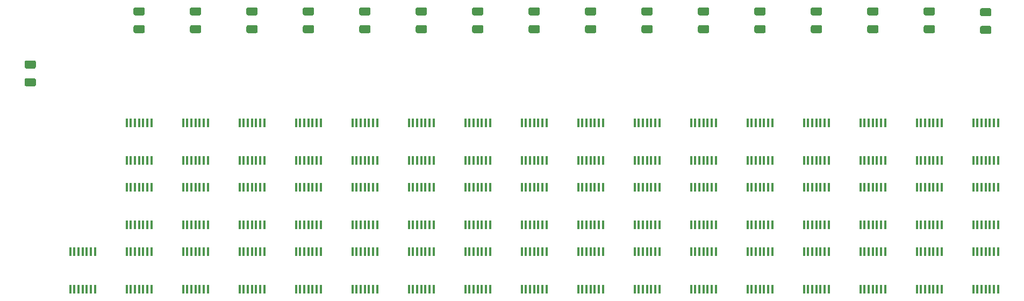
<source format=gbr>
G04 #@! TF.GenerationSoftware,KiCad,Pcbnew,5.1.5-52549c5~84~ubuntu18.04.1*
G04 #@! TF.CreationDate,2020-04-22T17:53:27-07:00*
G04 #@! TF.ProjectId,register_16bit,72656769-7374-4657-925f-31366269742e,rev?*
G04 #@! TF.SameCoordinates,Original*
G04 #@! TF.FileFunction,Paste,Top*
G04 #@! TF.FilePolarity,Positive*
%FSLAX46Y46*%
G04 Gerber Fmt 4.6, Leading zero omitted, Abs format (unit mm)*
G04 Created by KiCad (PCBNEW 5.1.5-52549c5~84~ubuntu18.04.1) date 2020-04-22 17:53:27*
%MOMM*%
%LPD*%
G04 APERTURE LIST*
%ADD10C,0.100000*%
%ADD11R,0.450000X1.450000*%
G04 APERTURE END LIST*
D10*
G36*
X82564504Y-78621204D02*
G01*
X82588773Y-78624804D01*
X82612571Y-78630765D01*
X82635671Y-78639030D01*
X82657849Y-78649520D01*
X82678893Y-78662133D01*
X82698598Y-78676747D01*
X82716777Y-78693223D01*
X82733253Y-78711402D01*
X82747867Y-78731107D01*
X82760480Y-78752151D01*
X82770970Y-78774329D01*
X82779235Y-78797429D01*
X82785196Y-78821227D01*
X82788796Y-78845496D01*
X82790000Y-78870000D01*
X82790000Y-79620000D01*
X82788796Y-79644504D01*
X82785196Y-79668773D01*
X82779235Y-79692571D01*
X82770970Y-79715671D01*
X82760480Y-79737849D01*
X82747867Y-79758893D01*
X82733253Y-79778598D01*
X82716777Y-79796777D01*
X82698598Y-79813253D01*
X82678893Y-79827867D01*
X82657849Y-79840480D01*
X82635671Y-79850970D01*
X82612571Y-79859235D01*
X82588773Y-79865196D01*
X82564504Y-79868796D01*
X82540000Y-79870000D01*
X81290000Y-79870000D01*
X81265496Y-79868796D01*
X81241227Y-79865196D01*
X81217429Y-79859235D01*
X81194329Y-79850970D01*
X81172151Y-79840480D01*
X81151107Y-79827867D01*
X81131402Y-79813253D01*
X81113223Y-79796777D01*
X81096747Y-79778598D01*
X81082133Y-79758893D01*
X81069520Y-79737849D01*
X81059030Y-79715671D01*
X81050765Y-79692571D01*
X81044804Y-79668773D01*
X81041204Y-79644504D01*
X81040000Y-79620000D01*
X81040000Y-78870000D01*
X81041204Y-78845496D01*
X81044804Y-78821227D01*
X81050765Y-78797429D01*
X81059030Y-78774329D01*
X81069520Y-78752151D01*
X81082133Y-78731107D01*
X81096747Y-78711402D01*
X81113223Y-78693223D01*
X81131402Y-78676747D01*
X81151107Y-78662133D01*
X81172151Y-78649520D01*
X81194329Y-78639030D01*
X81217429Y-78630765D01*
X81241227Y-78624804D01*
X81265496Y-78621204D01*
X81290000Y-78620000D01*
X82540000Y-78620000D01*
X82564504Y-78621204D01*
G37*
G36*
X82564504Y-81421204D02*
G01*
X82588773Y-81424804D01*
X82612571Y-81430765D01*
X82635671Y-81439030D01*
X82657849Y-81449520D01*
X82678893Y-81462133D01*
X82698598Y-81476747D01*
X82716777Y-81493223D01*
X82733253Y-81511402D01*
X82747867Y-81531107D01*
X82760480Y-81552151D01*
X82770970Y-81574329D01*
X82779235Y-81597429D01*
X82785196Y-81621227D01*
X82788796Y-81645496D01*
X82790000Y-81670000D01*
X82790000Y-82420000D01*
X82788796Y-82444504D01*
X82785196Y-82468773D01*
X82779235Y-82492571D01*
X82770970Y-82515671D01*
X82760480Y-82537849D01*
X82747867Y-82558893D01*
X82733253Y-82578598D01*
X82716777Y-82596777D01*
X82698598Y-82613253D01*
X82678893Y-82627867D01*
X82657849Y-82640480D01*
X82635671Y-82650970D01*
X82612571Y-82659235D01*
X82588773Y-82665196D01*
X82564504Y-82668796D01*
X82540000Y-82670000D01*
X81290000Y-82670000D01*
X81265496Y-82668796D01*
X81241227Y-82665196D01*
X81217429Y-82659235D01*
X81194329Y-82650970D01*
X81172151Y-82640480D01*
X81151107Y-82627867D01*
X81131402Y-82613253D01*
X81113223Y-82596777D01*
X81096747Y-82578598D01*
X81082133Y-82558893D01*
X81069520Y-82537849D01*
X81059030Y-82515671D01*
X81050765Y-82492571D01*
X81044804Y-82468773D01*
X81041204Y-82444504D01*
X81040000Y-82420000D01*
X81040000Y-81670000D01*
X81041204Y-81645496D01*
X81044804Y-81621227D01*
X81050765Y-81597429D01*
X81059030Y-81574329D01*
X81069520Y-81552151D01*
X81082133Y-81531107D01*
X81096747Y-81511402D01*
X81113223Y-81493223D01*
X81131402Y-81476747D01*
X81151107Y-81462133D01*
X81172151Y-81449520D01*
X81194329Y-81439030D01*
X81217429Y-81430765D01*
X81241227Y-81424804D01*
X81265496Y-81421204D01*
X81290000Y-81420000D01*
X82540000Y-81420000D01*
X82564504Y-81421204D01*
G37*
D11*
X186010000Y-108810000D03*
X186660000Y-108810000D03*
X187310000Y-108810000D03*
X187960000Y-108810000D03*
X188610000Y-108810000D03*
X189260000Y-108810000D03*
X189910000Y-108810000D03*
X189910000Y-114710000D03*
X189260000Y-114710000D03*
X188610000Y-114710000D03*
X187960000Y-114710000D03*
X187310000Y-114710000D03*
X186660000Y-114710000D03*
X186010000Y-114710000D03*
X230460000Y-88490000D03*
X231110000Y-88490000D03*
X231760000Y-88490000D03*
X232410000Y-88490000D03*
X233060000Y-88490000D03*
X233710000Y-88490000D03*
X234360000Y-88490000D03*
X234360000Y-94390000D03*
X233710000Y-94390000D03*
X233060000Y-94390000D03*
X232410000Y-94390000D03*
X231760000Y-94390000D03*
X231110000Y-94390000D03*
X230460000Y-94390000D03*
X230460000Y-98650000D03*
X231110000Y-98650000D03*
X231760000Y-98650000D03*
X232410000Y-98650000D03*
X233060000Y-98650000D03*
X233710000Y-98650000D03*
X234360000Y-98650000D03*
X234360000Y-104550000D03*
X233710000Y-104550000D03*
X233060000Y-104550000D03*
X232410000Y-104550000D03*
X231760000Y-104550000D03*
X231110000Y-104550000D03*
X230460000Y-104550000D03*
X230460000Y-108810000D03*
X231110000Y-108810000D03*
X231760000Y-108810000D03*
X232410000Y-108810000D03*
X233060000Y-108810000D03*
X233710000Y-108810000D03*
X234360000Y-108810000D03*
X234360000Y-114710000D03*
X233710000Y-114710000D03*
X233060000Y-114710000D03*
X232410000Y-114710000D03*
X231760000Y-114710000D03*
X231110000Y-114710000D03*
X230460000Y-114710000D03*
X97110000Y-88490000D03*
X97760000Y-88490000D03*
X98410000Y-88490000D03*
X99060000Y-88490000D03*
X99710000Y-88490000D03*
X100360000Y-88490000D03*
X101010000Y-88490000D03*
X101010000Y-94390000D03*
X100360000Y-94390000D03*
X99710000Y-94390000D03*
X99060000Y-94390000D03*
X98410000Y-94390000D03*
X97760000Y-94390000D03*
X97110000Y-94390000D03*
X97110000Y-98650000D03*
X97760000Y-98650000D03*
X98410000Y-98650000D03*
X99060000Y-98650000D03*
X99710000Y-98650000D03*
X100360000Y-98650000D03*
X101010000Y-98650000D03*
X101010000Y-104550000D03*
X100360000Y-104550000D03*
X99710000Y-104550000D03*
X99060000Y-104550000D03*
X98410000Y-104550000D03*
X97760000Y-104550000D03*
X97110000Y-104550000D03*
X97110000Y-108810000D03*
X97760000Y-108810000D03*
X98410000Y-108810000D03*
X99060000Y-108810000D03*
X99710000Y-108810000D03*
X100360000Y-108810000D03*
X101010000Y-108810000D03*
X101010000Y-114710000D03*
X100360000Y-114710000D03*
X99710000Y-114710000D03*
X99060000Y-114710000D03*
X98410000Y-114710000D03*
X97760000Y-114710000D03*
X97110000Y-114710000D03*
X106000000Y-88490000D03*
X106650000Y-88490000D03*
X107300000Y-88490000D03*
X107950000Y-88490000D03*
X108600000Y-88490000D03*
X109250000Y-88490000D03*
X109900000Y-88490000D03*
X109900000Y-94390000D03*
X109250000Y-94390000D03*
X108600000Y-94390000D03*
X107950000Y-94390000D03*
X107300000Y-94390000D03*
X106650000Y-94390000D03*
X106000000Y-94390000D03*
X106000000Y-98650000D03*
X106650000Y-98650000D03*
X107300000Y-98650000D03*
X107950000Y-98650000D03*
X108600000Y-98650000D03*
X109250000Y-98650000D03*
X109900000Y-98650000D03*
X109900000Y-104550000D03*
X109250000Y-104550000D03*
X108600000Y-104550000D03*
X107950000Y-104550000D03*
X107300000Y-104550000D03*
X106650000Y-104550000D03*
X106000000Y-104550000D03*
X106000000Y-108810000D03*
X106650000Y-108810000D03*
X107300000Y-108810000D03*
X107950000Y-108810000D03*
X108600000Y-108810000D03*
X109250000Y-108810000D03*
X109900000Y-108810000D03*
X109900000Y-114710000D03*
X109250000Y-114710000D03*
X108600000Y-114710000D03*
X107950000Y-114710000D03*
X107300000Y-114710000D03*
X106650000Y-114710000D03*
X106000000Y-114710000D03*
X114890000Y-88490000D03*
X115540000Y-88490000D03*
X116190000Y-88490000D03*
X116840000Y-88490000D03*
X117490000Y-88490000D03*
X118140000Y-88490000D03*
X118790000Y-88490000D03*
X118790000Y-94390000D03*
X118140000Y-94390000D03*
X117490000Y-94390000D03*
X116840000Y-94390000D03*
X116190000Y-94390000D03*
X115540000Y-94390000D03*
X114890000Y-94390000D03*
X114890000Y-98650000D03*
X115540000Y-98650000D03*
X116190000Y-98650000D03*
X116840000Y-98650000D03*
X117490000Y-98650000D03*
X118140000Y-98650000D03*
X118790000Y-98650000D03*
X118790000Y-104550000D03*
X118140000Y-104550000D03*
X117490000Y-104550000D03*
X116840000Y-104550000D03*
X116190000Y-104550000D03*
X115540000Y-104550000D03*
X114890000Y-104550000D03*
X114890000Y-108810000D03*
X115540000Y-108810000D03*
X116190000Y-108810000D03*
X116840000Y-108810000D03*
X117490000Y-108810000D03*
X118140000Y-108810000D03*
X118790000Y-108810000D03*
X118790000Y-114710000D03*
X118140000Y-114710000D03*
X117490000Y-114710000D03*
X116840000Y-114710000D03*
X116190000Y-114710000D03*
X115540000Y-114710000D03*
X114890000Y-114710000D03*
X123780000Y-88490000D03*
X124430000Y-88490000D03*
X125080000Y-88490000D03*
X125730000Y-88490000D03*
X126380000Y-88490000D03*
X127030000Y-88490000D03*
X127680000Y-88490000D03*
X127680000Y-94390000D03*
X127030000Y-94390000D03*
X126380000Y-94390000D03*
X125730000Y-94390000D03*
X125080000Y-94390000D03*
X124430000Y-94390000D03*
X123780000Y-94390000D03*
X123780000Y-98650000D03*
X124430000Y-98650000D03*
X125080000Y-98650000D03*
X125730000Y-98650000D03*
X126380000Y-98650000D03*
X127030000Y-98650000D03*
X127680000Y-98650000D03*
X127680000Y-104550000D03*
X127030000Y-104550000D03*
X126380000Y-104550000D03*
X125730000Y-104550000D03*
X125080000Y-104550000D03*
X124430000Y-104550000D03*
X123780000Y-104550000D03*
X123780000Y-108810000D03*
X124430000Y-108810000D03*
X125080000Y-108810000D03*
X125730000Y-108810000D03*
X126380000Y-108810000D03*
X127030000Y-108810000D03*
X127680000Y-108810000D03*
X127680000Y-114710000D03*
X127030000Y-114710000D03*
X126380000Y-114710000D03*
X125730000Y-114710000D03*
X125080000Y-114710000D03*
X124430000Y-114710000D03*
X123780000Y-114710000D03*
X132670000Y-88490000D03*
X133320000Y-88490000D03*
X133970000Y-88490000D03*
X134620000Y-88490000D03*
X135270000Y-88490000D03*
X135920000Y-88490000D03*
X136570000Y-88490000D03*
X136570000Y-94390000D03*
X135920000Y-94390000D03*
X135270000Y-94390000D03*
X134620000Y-94390000D03*
X133970000Y-94390000D03*
X133320000Y-94390000D03*
X132670000Y-94390000D03*
X132670000Y-98650000D03*
X133320000Y-98650000D03*
X133970000Y-98650000D03*
X134620000Y-98650000D03*
X135270000Y-98650000D03*
X135920000Y-98650000D03*
X136570000Y-98650000D03*
X136570000Y-104550000D03*
X135920000Y-104550000D03*
X135270000Y-104550000D03*
X134620000Y-104550000D03*
X133970000Y-104550000D03*
X133320000Y-104550000D03*
X132670000Y-104550000D03*
X132670000Y-108810000D03*
X133320000Y-108810000D03*
X133970000Y-108810000D03*
X134620000Y-108810000D03*
X135270000Y-108810000D03*
X135920000Y-108810000D03*
X136570000Y-108810000D03*
X136570000Y-114710000D03*
X135920000Y-114710000D03*
X135270000Y-114710000D03*
X134620000Y-114710000D03*
X133970000Y-114710000D03*
X133320000Y-114710000D03*
X132670000Y-114710000D03*
X141560000Y-88490000D03*
X142210000Y-88490000D03*
X142860000Y-88490000D03*
X143510000Y-88490000D03*
X144160000Y-88490000D03*
X144810000Y-88490000D03*
X145460000Y-88490000D03*
X145460000Y-94390000D03*
X144810000Y-94390000D03*
X144160000Y-94390000D03*
X143510000Y-94390000D03*
X142860000Y-94390000D03*
X142210000Y-94390000D03*
X141560000Y-94390000D03*
X141560000Y-98650000D03*
X142210000Y-98650000D03*
X142860000Y-98650000D03*
X143510000Y-98650000D03*
X144160000Y-98650000D03*
X144810000Y-98650000D03*
X145460000Y-98650000D03*
X145460000Y-104550000D03*
X144810000Y-104550000D03*
X144160000Y-104550000D03*
X143510000Y-104550000D03*
X142860000Y-104550000D03*
X142210000Y-104550000D03*
X141560000Y-104550000D03*
X141560000Y-108810000D03*
X142210000Y-108810000D03*
X142860000Y-108810000D03*
X143510000Y-108810000D03*
X144160000Y-108810000D03*
X144810000Y-108810000D03*
X145460000Y-108810000D03*
X145460000Y-114710000D03*
X144810000Y-114710000D03*
X144160000Y-114710000D03*
X143510000Y-114710000D03*
X142860000Y-114710000D03*
X142210000Y-114710000D03*
X141560000Y-114710000D03*
X150450000Y-88490000D03*
X151100000Y-88490000D03*
X151750000Y-88490000D03*
X152400000Y-88490000D03*
X153050000Y-88490000D03*
X153700000Y-88490000D03*
X154350000Y-88490000D03*
X154350000Y-94390000D03*
X153700000Y-94390000D03*
X153050000Y-94390000D03*
X152400000Y-94390000D03*
X151750000Y-94390000D03*
X151100000Y-94390000D03*
X150450000Y-94390000D03*
X150450000Y-98650000D03*
X151100000Y-98650000D03*
X151750000Y-98650000D03*
X152400000Y-98650000D03*
X153050000Y-98650000D03*
X153700000Y-98650000D03*
X154350000Y-98650000D03*
X154350000Y-104550000D03*
X153700000Y-104550000D03*
X153050000Y-104550000D03*
X152400000Y-104550000D03*
X151750000Y-104550000D03*
X151100000Y-104550000D03*
X150450000Y-104550000D03*
X150450000Y-108810000D03*
X151100000Y-108810000D03*
X151750000Y-108810000D03*
X152400000Y-108810000D03*
X153050000Y-108810000D03*
X153700000Y-108810000D03*
X154350000Y-108810000D03*
X154350000Y-114710000D03*
X153700000Y-114710000D03*
X153050000Y-114710000D03*
X152400000Y-114710000D03*
X151750000Y-114710000D03*
X151100000Y-114710000D03*
X150450000Y-114710000D03*
X159340000Y-88490000D03*
X159990000Y-88490000D03*
X160640000Y-88490000D03*
X161290000Y-88490000D03*
X161940000Y-88490000D03*
X162590000Y-88490000D03*
X163240000Y-88490000D03*
X163240000Y-94390000D03*
X162590000Y-94390000D03*
X161940000Y-94390000D03*
X161290000Y-94390000D03*
X160640000Y-94390000D03*
X159990000Y-94390000D03*
X159340000Y-94390000D03*
X159340000Y-98650000D03*
X159990000Y-98650000D03*
X160640000Y-98650000D03*
X161290000Y-98650000D03*
X161940000Y-98650000D03*
X162590000Y-98650000D03*
X163240000Y-98650000D03*
X163240000Y-104550000D03*
X162590000Y-104550000D03*
X161940000Y-104550000D03*
X161290000Y-104550000D03*
X160640000Y-104550000D03*
X159990000Y-104550000D03*
X159340000Y-104550000D03*
X159340000Y-108810000D03*
X159990000Y-108810000D03*
X160640000Y-108810000D03*
X161290000Y-108810000D03*
X161940000Y-108810000D03*
X162590000Y-108810000D03*
X163240000Y-108810000D03*
X163240000Y-114710000D03*
X162590000Y-114710000D03*
X161940000Y-114710000D03*
X161290000Y-114710000D03*
X160640000Y-114710000D03*
X159990000Y-114710000D03*
X159340000Y-114710000D03*
X168230000Y-88490000D03*
X168880000Y-88490000D03*
X169530000Y-88490000D03*
X170180000Y-88490000D03*
X170830000Y-88490000D03*
X171480000Y-88490000D03*
X172130000Y-88490000D03*
X172130000Y-94390000D03*
X171480000Y-94390000D03*
X170830000Y-94390000D03*
X170180000Y-94390000D03*
X169530000Y-94390000D03*
X168880000Y-94390000D03*
X168230000Y-94390000D03*
X168230000Y-98650000D03*
X168880000Y-98650000D03*
X169530000Y-98650000D03*
X170180000Y-98650000D03*
X170830000Y-98650000D03*
X171480000Y-98650000D03*
X172130000Y-98650000D03*
X172130000Y-104550000D03*
X171480000Y-104550000D03*
X170830000Y-104550000D03*
X170180000Y-104550000D03*
X169530000Y-104550000D03*
X168880000Y-104550000D03*
X168230000Y-104550000D03*
X168230000Y-108810000D03*
X168880000Y-108810000D03*
X169530000Y-108810000D03*
X170180000Y-108810000D03*
X170830000Y-108810000D03*
X171480000Y-108810000D03*
X172130000Y-108810000D03*
X172130000Y-114710000D03*
X171480000Y-114710000D03*
X170830000Y-114710000D03*
X170180000Y-114710000D03*
X169530000Y-114710000D03*
X168880000Y-114710000D03*
X168230000Y-114710000D03*
X177120000Y-88490000D03*
X177770000Y-88490000D03*
X178420000Y-88490000D03*
X179070000Y-88490000D03*
X179720000Y-88490000D03*
X180370000Y-88490000D03*
X181020000Y-88490000D03*
X181020000Y-94390000D03*
X180370000Y-94390000D03*
X179720000Y-94390000D03*
X179070000Y-94390000D03*
X178420000Y-94390000D03*
X177770000Y-94390000D03*
X177120000Y-94390000D03*
X177120000Y-98650000D03*
X177770000Y-98650000D03*
X178420000Y-98650000D03*
X179070000Y-98650000D03*
X179720000Y-98650000D03*
X180370000Y-98650000D03*
X181020000Y-98650000D03*
X181020000Y-104550000D03*
X180370000Y-104550000D03*
X179720000Y-104550000D03*
X179070000Y-104550000D03*
X178420000Y-104550000D03*
X177770000Y-104550000D03*
X177120000Y-104550000D03*
X177120000Y-108810000D03*
X177770000Y-108810000D03*
X178420000Y-108810000D03*
X179070000Y-108810000D03*
X179720000Y-108810000D03*
X180370000Y-108810000D03*
X181020000Y-108810000D03*
X181020000Y-114710000D03*
X180370000Y-114710000D03*
X179720000Y-114710000D03*
X179070000Y-114710000D03*
X178420000Y-114710000D03*
X177770000Y-114710000D03*
X177120000Y-114710000D03*
X186010000Y-88490000D03*
X186660000Y-88490000D03*
X187310000Y-88490000D03*
X187960000Y-88490000D03*
X188610000Y-88490000D03*
X189260000Y-88490000D03*
X189910000Y-88490000D03*
X189910000Y-94390000D03*
X189260000Y-94390000D03*
X188610000Y-94390000D03*
X187960000Y-94390000D03*
X187310000Y-94390000D03*
X186660000Y-94390000D03*
X186010000Y-94390000D03*
X186010000Y-98650000D03*
X186660000Y-98650000D03*
X187310000Y-98650000D03*
X187960000Y-98650000D03*
X188610000Y-98650000D03*
X189260000Y-98650000D03*
X189910000Y-98650000D03*
X189910000Y-104550000D03*
X189260000Y-104550000D03*
X188610000Y-104550000D03*
X187960000Y-104550000D03*
X187310000Y-104550000D03*
X186660000Y-104550000D03*
X186010000Y-104550000D03*
X194900000Y-88490000D03*
X195550000Y-88490000D03*
X196200000Y-88490000D03*
X196850000Y-88490000D03*
X197500000Y-88490000D03*
X198150000Y-88490000D03*
X198800000Y-88490000D03*
X198800000Y-94390000D03*
X198150000Y-94390000D03*
X197500000Y-94390000D03*
X196850000Y-94390000D03*
X196200000Y-94390000D03*
X195550000Y-94390000D03*
X194900000Y-94390000D03*
X194900000Y-98650000D03*
X195550000Y-98650000D03*
X196200000Y-98650000D03*
X196850000Y-98650000D03*
X197500000Y-98650000D03*
X198150000Y-98650000D03*
X198800000Y-98650000D03*
X198800000Y-104550000D03*
X198150000Y-104550000D03*
X197500000Y-104550000D03*
X196850000Y-104550000D03*
X196200000Y-104550000D03*
X195550000Y-104550000D03*
X194900000Y-104550000D03*
X194900000Y-108810000D03*
X195550000Y-108810000D03*
X196200000Y-108810000D03*
X196850000Y-108810000D03*
X197500000Y-108810000D03*
X198150000Y-108810000D03*
X198800000Y-108810000D03*
X198800000Y-114710000D03*
X198150000Y-114710000D03*
X197500000Y-114710000D03*
X196850000Y-114710000D03*
X196200000Y-114710000D03*
X195550000Y-114710000D03*
X194900000Y-114710000D03*
X203790000Y-88490000D03*
X204440000Y-88490000D03*
X205090000Y-88490000D03*
X205740000Y-88490000D03*
X206390000Y-88490000D03*
X207040000Y-88490000D03*
X207690000Y-88490000D03*
X207690000Y-94390000D03*
X207040000Y-94390000D03*
X206390000Y-94390000D03*
X205740000Y-94390000D03*
X205090000Y-94390000D03*
X204440000Y-94390000D03*
X203790000Y-94390000D03*
X203790000Y-98650000D03*
X204440000Y-98650000D03*
X205090000Y-98650000D03*
X205740000Y-98650000D03*
X206390000Y-98650000D03*
X207040000Y-98650000D03*
X207690000Y-98650000D03*
X207690000Y-104550000D03*
X207040000Y-104550000D03*
X206390000Y-104550000D03*
X205740000Y-104550000D03*
X205090000Y-104550000D03*
X204440000Y-104550000D03*
X203790000Y-104550000D03*
X203790000Y-108810000D03*
X204440000Y-108810000D03*
X205090000Y-108810000D03*
X205740000Y-108810000D03*
X206390000Y-108810000D03*
X207040000Y-108810000D03*
X207690000Y-108810000D03*
X207690000Y-114710000D03*
X207040000Y-114710000D03*
X206390000Y-114710000D03*
X205740000Y-114710000D03*
X205090000Y-114710000D03*
X204440000Y-114710000D03*
X203790000Y-114710000D03*
X212680000Y-88490000D03*
X213330000Y-88490000D03*
X213980000Y-88490000D03*
X214630000Y-88490000D03*
X215280000Y-88490000D03*
X215930000Y-88490000D03*
X216580000Y-88490000D03*
X216580000Y-94390000D03*
X215930000Y-94390000D03*
X215280000Y-94390000D03*
X214630000Y-94390000D03*
X213980000Y-94390000D03*
X213330000Y-94390000D03*
X212680000Y-94390000D03*
X212680000Y-98650000D03*
X213330000Y-98650000D03*
X213980000Y-98650000D03*
X214630000Y-98650000D03*
X215280000Y-98650000D03*
X215930000Y-98650000D03*
X216580000Y-98650000D03*
X216580000Y-104550000D03*
X215930000Y-104550000D03*
X215280000Y-104550000D03*
X214630000Y-104550000D03*
X213980000Y-104550000D03*
X213330000Y-104550000D03*
X212680000Y-104550000D03*
X212680000Y-108810000D03*
X213330000Y-108810000D03*
X213980000Y-108810000D03*
X214630000Y-108810000D03*
X215280000Y-108810000D03*
X215930000Y-108810000D03*
X216580000Y-108810000D03*
X216580000Y-114710000D03*
X215930000Y-114710000D03*
X215280000Y-114710000D03*
X214630000Y-114710000D03*
X213980000Y-114710000D03*
X213330000Y-114710000D03*
X212680000Y-114710000D03*
X221570000Y-88490000D03*
X222220000Y-88490000D03*
X222870000Y-88490000D03*
X223520000Y-88490000D03*
X224170000Y-88490000D03*
X224820000Y-88490000D03*
X225470000Y-88490000D03*
X225470000Y-94390000D03*
X224820000Y-94390000D03*
X224170000Y-94390000D03*
X223520000Y-94390000D03*
X222870000Y-94390000D03*
X222220000Y-94390000D03*
X221570000Y-94390000D03*
X221570000Y-98650000D03*
X222220000Y-98650000D03*
X222870000Y-98650000D03*
X223520000Y-98650000D03*
X224170000Y-98650000D03*
X224820000Y-98650000D03*
X225470000Y-98650000D03*
X225470000Y-104550000D03*
X224820000Y-104550000D03*
X224170000Y-104550000D03*
X223520000Y-104550000D03*
X222870000Y-104550000D03*
X222220000Y-104550000D03*
X221570000Y-104550000D03*
X221570000Y-108810000D03*
X222220000Y-108810000D03*
X222870000Y-108810000D03*
X223520000Y-108810000D03*
X224170000Y-108810000D03*
X224820000Y-108810000D03*
X225470000Y-108810000D03*
X225470000Y-114710000D03*
X224820000Y-114710000D03*
X224170000Y-114710000D03*
X223520000Y-114710000D03*
X222870000Y-114710000D03*
X222220000Y-114710000D03*
X221570000Y-114710000D03*
X88220000Y-108810000D03*
X88870000Y-108810000D03*
X89520000Y-108810000D03*
X90170000Y-108810000D03*
X90820000Y-108810000D03*
X91470000Y-108810000D03*
X92120000Y-108810000D03*
X92120000Y-114710000D03*
X91470000Y-114710000D03*
X90820000Y-114710000D03*
X90170000Y-114710000D03*
X89520000Y-114710000D03*
X88870000Y-114710000D03*
X88220000Y-114710000D03*
D10*
G36*
X99709504Y-73036204D02*
G01*
X99733773Y-73039804D01*
X99757571Y-73045765D01*
X99780671Y-73054030D01*
X99802849Y-73064520D01*
X99823893Y-73077133D01*
X99843598Y-73091747D01*
X99861777Y-73108223D01*
X99878253Y-73126402D01*
X99892867Y-73146107D01*
X99905480Y-73167151D01*
X99915970Y-73189329D01*
X99924235Y-73212429D01*
X99930196Y-73236227D01*
X99933796Y-73260496D01*
X99935000Y-73285000D01*
X99935000Y-74035000D01*
X99933796Y-74059504D01*
X99930196Y-74083773D01*
X99924235Y-74107571D01*
X99915970Y-74130671D01*
X99905480Y-74152849D01*
X99892867Y-74173893D01*
X99878253Y-74193598D01*
X99861777Y-74211777D01*
X99843598Y-74228253D01*
X99823893Y-74242867D01*
X99802849Y-74255480D01*
X99780671Y-74265970D01*
X99757571Y-74274235D01*
X99733773Y-74280196D01*
X99709504Y-74283796D01*
X99685000Y-74285000D01*
X98435000Y-74285000D01*
X98410496Y-74283796D01*
X98386227Y-74280196D01*
X98362429Y-74274235D01*
X98339329Y-74265970D01*
X98317151Y-74255480D01*
X98296107Y-74242867D01*
X98276402Y-74228253D01*
X98258223Y-74211777D01*
X98241747Y-74193598D01*
X98227133Y-74173893D01*
X98214520Y-74152849D01*
X98204030Y-74130671D01*
X98195765Y-74107571D01*
X98189804Y-74083773D01*
X98186204Y-74059504D01*
X98185000Y-74035000D01*
X98185000Y-73285000D01*
X98186204Y-73260496D01*
X98189804Y-73236227D01*
X98195765Y-73212429D01*
X98204030Y-73189329D01*
X98214520Y-73167151D01*
X98227133Y-73146107D01*
X98241747Y-73126402D01*
X98258223Y-73108223D01*
X98276402Y-73091747D01*
X98296107Y-73077133D01*
X98317151Y-73064520D01*
X98339329Y-73054030D01*
X98362429Y-73045765D01*
X98386227Y-73039804D01*
X98410496Y-73036204D01*
X98435000Y-73035000D01*
X99685000Y-73035000D01*
X99709504Y-73036204D01*
G37*
G36*
X99709504Y-70236204D02*
G01*
X99733773Y-70239804D01*
X99757571Y-70245765D01*
X99780671Y-70254030D01*
X99802849Y-70264520D01*
X99823893Y-70277133D01*
X99843598Y-70291747D01*
X99861777Y-70308223D01*
X99878253Y-70326402D01*
X99892867Y-70346107D01*
X99905480Y-70367151D01*
X99915970Y-70389329D01*
X99924235Y-70412429D01*
X99930196Y-70436227D01*
X99933796Y-70460496D01*
X99935000Y-70485000D01*
X99935000Y-71235000D01*
X99933796Y-71259504D01*
X99930196Y-71283773D01*
X99924235Y-71307571D01*
X99915970Y-71330671D01*
X99905480Y-71352849D01*
X99892867Y-71373893D01*
X99878253Y-71393598D01*
X99861777Y-71411777D01*
X99843598Y-71428253D01*
X99823893Y-71442867D01*
X99802849Y-71455480D01*
X99780671Y-71465970D01*
X99757571Y-71474235D01*
X99733773Y-71480196D01*
X99709504Y-71483796D01*
X99685000Y-71485000D01*
X98435000Y-71485000D01*
X98410496Y-71483796D01*
X98386227Y-71480196D01*
X98362429Y-71474235D01*
X98339329Y-71465970D01*
X98317151Y-71455480D01*
X98296107Y-71442867D01*
X98276402Y-71428253D01*
X98258223Y-71411777D01*
X98241747Y-71393598D01*
X98227133Y-71373893D01*
X98214520Y-71352849D01*
X98204030Y-71330671D01*
X98195765Y-71307571D01*
X98189804Y-71283773D01*
X98186204Y-71259504D01*
X98185000Y-71235000D01*
X98185000Y-70485000D01*
X98186204Y-70460496D01*
X98189804Y-70436227D01*
X98195765Y-70412429D01*
X98204030Y-70389329D01*
X98214520Y-70367151D01*
X98227133Y-70346107D01*
X98241747Y-70326402D01*
X98258223Y-70308223D01*
X98276402Y-70291747D01*
X98296107Y-70277133D01*
X98317151Y-70264520D01*
X98339329Y-70254030D01*
X98362429Y-70245765D01*
X98386227Y-70239804D01*
X98410496Y-70236204D01*
X98435000Y-70235000D01*
X99685000Y-70235000D01*
X99709504Y-70236204D01*
G37*
G36*
X108599504Y-73036204D02*
G01*
X108623773Y-73039804D01*
X108647571Y-73045765D01*
X108670671Y-73054030D01*
X108692849Y-73064520D01*
X108713893Y-73077133D01*
X108733598Y-73091747D01*
X108751777Y-73108223D01*
X108768253Y-73126402D01*
X108782867Y-73146107D01*
X108795480Y-73167151D01*
X108805970Y-73189329D01*
X108814235Y-73212429D01*
X108820196Y-73236227D01*
X108823796Y-73260496D01*
X108825000Y-73285000D01*
X108825000Y-74035000D01*
X108823796Y-74059504D01*
X108820196Y-74083773D01*
X108814235Y-74107571D01*
X108805970Y-74130671D01*
X108795480Y-74152849D01*
X108782867Y-74173893D01*
X108768253Y-74193598D01*
X108751777Y-74211777D01*
X108733598Y-74228253D01*
X108713893Y-74242867D01*
X108692849Y-74255480D01*
X108670671Y-74265970D01*
X108647571Y-74274235D01*
X108623773Y-74280196D01*
X108599504Y-74283796D01*
X108575000Y-74285000D01*
X107325000Y-74285000D01*
X107300496Y-74283796D01*
X107276227Y-74280196D01*
X107252429Y-74274235D01*
X107229329Y-74265970D01*
X107207151Y-74255480D01*
X107186107Y-74242867D01*
X107166402Y-74228253D01*
X107148223Y-74211777D01*
X107131747Y-74193598D01*
X107117133Y-74173893D01*
X107104520Y-74152849D01*
X107094030Y-74130671D01*
X107085765Y-74107571D01*
X107079804Y-74083773D01*
X107076204Y-74059504D01*
X107075000Y-74035000D01*
X107075000Y-73285000D01*
X107076204Y-73260496D01*
X107079804Y-73236227D01*
X107085765Y-73212429D01*
X107094030Y-73189329D01*
X107104520Y-73167151D01*
X107117133Y-73146107D01*
X107131747Y-73126402D01*
X107148223Y-73108223D01*
X107166402Y-73091747D01*
X107186107Y-73077133D01*
X107207151Y-73064520D01*
X107229329Y-73054030D01*
X107252429Y-73045765D01*
X107276227Y-73039804D01*
X107300496Y-73036204D01*
X107325000Y-73035000D01*
X108575000Y-73035000D01*
X108599504Y-73036204D01*
G37*
G36*
X108599504Y-70236204D02*
G01*
X108623773Y-70239804D01*
X108647571Y-70245765D01*
X108670671Y-70254030D01*
X108692849Y-70264520D01*
X108713893Y-70277133D01*
X108733598Y-70291747D01*
X108751777Y-70308223D01*
X108768253Y-70326402D01*
X108782867Y-70346107D01*
X108795480Y-70367151D01*
X108805970Y-70389329D01*
X108814235Y-70412429D01*
X108820196Y-70436227D01*
X108823796Y-70460496D01*
X108825000Y-70485000D01*
X108825000Y-71235000D01*
X108823796Y-71259504D01*
X108820196Y-71283773D01*
X108814235Y-71307571D01*
X108805970Y-71330671D01*
X108795480Y-71352849D01*
X108782867Y-71373893D01*
X108768253Y-71393598D01*
X108751777Y-71411777D01*
X108733598Y-71428253D01*
X108713893Y-71442867D01*
X108692849Y-71455480D01*
X108670671Y-71465970D01*
X108647571Y-71474235D01*
X108623773Y-71480196D01*
X108599504Y-71483796D01*
X108575000Y-71485000D01*
X107325000Y-71485000D01*
X107300496Y-71483796D01*
X107276227Y-71480196D01*
X107252429Y-71474235D01*
X107229329Y-71465970D01*
X107207151Y-71455480D01*
X107186107Y-71442867D01*
X107166402Y-71428253D01*
X107148223Y-71411777D01*
X107131747Y-71393598D01*
X107117133Y-71373893D01*
X107104520Y-71352849D01*
X107094030Y-71330671D01*
X107085765Y-71307571D01*
X107079804Y-71283773D01*
X107076204Y-71259504D01*
X107075000Y-71235000D01*
X107075000Y-70485000D01*
X107076204Y-70460496D01*
X107079804Y-70436227D01*
X107085765Y-70412429D01*
X107094030Y-70389329D01*
X107104520Y-70367151D01*
X107117133Y-70346107D01*
X107131747Y-70326402D01*
X107148223Y-70308223D01*
X107166402Y-70291747D01*
X107186107Y-70277133D01*
X107207151Y-70264520D01*
X107229329Y-70254030D01*
X107252429Y-70245765D01*
X107276227Y-70239804D01*
X107300496Y-70236204D01*
X107325000Y-70235000D01*
X108575000Y-70235000D01*
X108599504Y-70236204D01*
G37*
G36*
X117489504Y-73036204D02*
G01*
X117513773Y-73039804D01*
X117537571Y-73045765D01*
X117560671Y-73054030D01*
X117582849Y-73064520D01*
X117603893Y-73077133D01*
X117623598Y-73091747D01*
X117641777Y-73108223D01*
X117658253Y-73126402D01*
X117672867Y-73146107D01*
X117685480Y-73167151D01*
X117695970Y-73189329D01*
X117704235Y-73212429D01*
X117710196Y-73236227D01*
X117713796Y-73260496D01*
X117715000Y-73285000D01*
X117715000Y-74035000D01*
X117713796Y-74059504D01*
X117710196Y-74083773D01*
X117704235Y-74107571D01*
X117695970Y-74130671D01*
X117685480Y-74152849D01*
X117672867Y-74173893D01*
X117658253Y-74193598D01*
X117641777Y-74211777D01*
X117623598Y-74228253D01*
X117603893Y-74242867D01*
X117582849Y-74255480D01*
X117560671Y-74265970D01*
X117537571Y-74274235D01*
X117513773Y-74280196D01*
X117489504Y-74283796D01*
X117465000Y-74285000D01*
X116215000Y-74285000D01*
X116190496Y-74283796D01*
X116166227Y-74280196D01*
X116142429Y-74274235D01*
X116119329Y-74265970D01*
X116097151Y-74255480D01*
X116076107Y-74242867D01*
X116056402Y-74228253D01*
X116038223Y-74211777D01*
X116021747Y-74193598D01*
X116007133Y-74173893D01*
X115994520Y-74152849D01*
X115984030Y-74130671D01*
X115975765Y-74107571D01*
X115969804Y-74083773D01*
X115966204Y-74059504D01*
X115965000Y-74035000D01*
X115965000Y-73285000D01*
X115966204Y-73260496D01*
X115969804Y-73236227D01*
X115975765Y-73212429D01*
X115984030Y-73189329D01*
X115994520Y-73167151D01*
X116007133Y-73146107D01*
X116021747Y-73126402D01*
X116038223Y-73108223D01*
X116056402Y-73091747D01*
X116076107Y-73077133D01*
X116097151Y-73064520D01*
X116119329Y-73054030D01*
X116142429Y-73045765D01*
X116166227Y-73039804D01*
X116190496Y-73036204D01*
X116215000Y-73035000D01*
X117465000Y-73035000D01*
X117489504Y-73036204D01*
G37*
G36*
X117489504Y-70236204D02*
G01*
X117513773Y-70239804D01*
X117537571Y-70245765D01*
X117560671Y-70254030D01*
X117582849Y-70264520D01*
X117603893Y-70277133D01*
X117623598Y-70291747D01*
X117641777Y-70308223D01*
X117658253Y-70326402D01*
X117672867Y-70346107D01*
X117685480Y-70367151D01*
X117695970Y-70389329D01*
X117704235Y-70412429D01*
X117710196Y-70436227D01*
X117713796Y-70460496D01*
X117715000Y-70485000D01*
X117715000Y-71235000D01*
X117713796Y-71259504D01*
X117710196Y-71283773D01*
X117704235Y-71307571D01*
X117695970Y-71330671D01*
X117685480Y-71352849D01*
X117672867Y-71373893D01*
X117658253Y-71393598D01*
X117641777Y-71411777D01*
X117623598Y-71428253D01*
X117603893Y-71442867D01*
X117582849Y-71455480D01*
X117560671Y-71465970D01*
X117537571Y-71474235D01*
X117513773Y-71480196D01*
X117489504Y-71483796D01*
X117465000Y-71485000D01*
X116215000Y-71485000D01*
X116190496Y-71483796D01*
X116166227Y-71480196D01*
X116142429Y-71474235D01*
X116119329Y-71465970D01*
X116097151Y-71455480D01*
X116076107Y-71442867D01*
X116056402Y-71428253D01*
X116038223Y-71411777D01*
X116021747Y-71393598D01*
X116007133Y-71373893D01*
X115994520Y-71352849D01*
X115984030Y-71330671D01*
X115975765Y-71307571D01*
X115969804Y-71283773D01*
X115966204Y-71259504D01*
X115965000Y-71235000D01*
X115965000Y-70485000D01*
X115966204Y-70460496D01*
X115969804Y-70436227D01*
X115975765Y-70412429D01*
X115984030Y-70389329D01*
X115994520Y-70367151D01*
X116007133Y-70346107D01*
X116021747Y-70326402D01*
X116038223Y-70308223D01*
X116056402Y-70291747D01*
X116076107Y-70277133D01*
X116097151Y-70264520D01*
X116119329Y-70254030D01*
X116142429Y-70245765D01*
X116166227Y-70239804D01*
X116190496Y-70236204D01*
X116215000Y-70235000D01*
X117465000Y-70235000D01*
X117489504Y-70236204D01*
G37*
G36*
X126379504Y-73036204D02*
G01*
X126403773Y-73039804D01*
X126427571Y-73045765D01*
X126450671Y-73054030D01*
X126472849Y-73064520D01*
X126493893Y-73077133D01*
X126513598Y-73091747D01*
X126531777Y-73108223D01*
X126548253Y-73126402D01*
X126562867Y-73146107D01*
X126575480Y-73167151D01*
X126585970Y-73189329D01*
X126594235Y-73212429D01*
X126600196Y-73236227D01*
X126603796Y-73260496D01*
X126605000Y-73285000D01*
X126605000Y-74035000D01*
X126603796Y-74059504D01*
X126600196Y-74083773D01*
X126594235Y-74107571D01*
X126585970Y-74130671D01*
X126575480Y-74152849D01*
X126562867Y-74173893D01*
X126548253Y-74193598D01*
X126531777Y-74211777D01*
X126513598Y-74228253D01*
X126493893Y-74242867D01*
X126472849Y-74255480D01*
X126450671Y-74265970D01*
X126427571Y-74274235D01*
X126403773Y-74280196D01*
X126379504Y-74283796D01*
X126355000Y-74285000D01*
X125105000Y-74285000D01*
X125080496Y-74283796D01*
X125056227Y-74280196D01*
X125032429Y-74274235D01*
X125009329Y-74265970D01*
X124987151Y-74255480D01*
X124966107Y-74242867D01*
X124946402Y-74228253D01*
X124928223Y-74211777D01*
X124911747Y-74193598D01*
X124897133Y-74173893D01*
X124884520Y-74152849D01*
X124874030Y-74130671D01*
X124865765Y-74107571D01*
X124859804Y-74083773D01*
X124856204Y-74059504D01*
X124855000Y-74035000D01*
X124855000Y-73285000D01*
X124856204Y-73260496D01*
X124859804Y-73236227D01*
X124865765Y-73212429D01*
X124874030Y-73189329D01*
X124884520Y-73167151D01*
X124897133Y-73146107D01*
X124911747Y-73126402D01*
X124928223Y-73108223D01*
X124946402Y-73091747D01*
X124966107Y-73077133D01*
X124987151Y-73064520D01*
X125009329Y-73054030D01*
X125032429Y-73045765D01*
X125056227Y-73039804D01*
X125080496Y-73036204D01*
X125105000Y-73035000D01*
X126355000Y-73035000D01*
X126379504Y-73036204D01*
G37*
G36*
X126379504Y-70236204D02*
G01*
X126403773Y-70239804D01*
X126427571Y-70245765D01*
X126450671Y-70254030D01*
X126472849Y-70264520D01*
X126493893Y-70277133D01*
X126513598Y-70291747D01*
X126531777Y-70308223D01*
X126548253Y-70326402D01*
X126562867Y-70346107D01*
X126575480Y-70367151D01*
X126585970Y-70389329D01*
X126594235Y-70412429D01*
X126600196Y-70436227D01*
X126603796Y-70460496D01*
X126605000Y-70485000D01*
X126605000Y-71235000D01*
X126603796Y-71259504D01*
X126600196Y-71283773D01*
X126594235Y-71307571D01*
X126585970Y-71330671D01*
X126575480Y-71352849D01*
X126562867Y-71373893D01*
X126548253Y-71393598D01*
X126531777Y-71411777D01*
X126513598Y-71428253D01*
X126493893Y-71442867D01*
X126472849Y-71455480D01*
X126450671Y-71465970D01*
X126427571Y-71474235D01*
X126403773Y-71480196D01*
X126379504Y-71483796D01*
X126355000Y-71485000D01*
X125105000Y-71485000D01*
X125080496Y-71483796D01*
X125056227Y-71480196D01*
X125032429Y-71474235D01*
X125009329Y-71465970D01*
X124987151Y-71455480D01*
X124966107Y-71442867D01*
X124946402Y-71428253D01*
X124928223Y-71411777D01*
X124911747Y-71393598D01*
X124897133Y-71373893D01*
X124884520Y-71352849D01*
X124874030Y-71330671D01*
X124865765Y-71307571D01*
X124859804Y-71283773D01*
X124856204Y-71259504D01*
X124855000Y-71235000D01*
X124855000Y-70485000D01*
X124856204Y-70460496D01*
X124859804Y-70436227D01*
X124865765Y-70412429D01*
X124874030Y-70389329D01*
X124884520Y-70367151D01*
X124897133Y-70346107D01*
X124911747Y-70326402D01*
X124928223Y-70308223D01*
X124946402Y-70291747D01*
X124966107Y-70277133D01*
X124987151Y-70264520D01*
X125009329Y-70254030D01*
X125032429Y-70245765D01*
X125056227Y-70239804D01*
X125080496Y-70236204D01*
X125105000Y-70235000D01*
X126355000Y-70235000D01*
X126379504Y-70236204D01*
G37*
G36*
X135269504Y-73036204D02*
G01*
X135293773Y-73039804D01*
X135317571Y-73045765D01*
X135340671Y-73054030D01*
X135362849Y-73064520D01*
X135383893Y-73077133D01*
X135403598Y-73091747D01*
X135421777Y-73108223D01*
X135438253Y-73126402D01*
X135452867Y-73146107D01*
X135465480Y-73167151D01*
X135475970Y-73189329D01*
X135484235Y-73212429D01*
X135490196Y-73236227D01*
X135493796Y-73260496D01*
X135495000Y-73285000D01*
X135495000Y-74035000D01*
X135493796Y-74059504D01*
X135490196Y-74083773D01*
X135484235Y-74107571D01*
X135475970Y-74130671D01*
X135465480Y-74152849D01*
X135452867Y-74173893D01*
X135438253Y-74193598D01*
X135421777Y-74211777D01*
X135403598Y-74228253D01*
X135383893Y-74242867D01*
X135362849Y-74255480D01*
X135340671Y-74265970D01*
X135317571Y-74274235D01*
X135293773Y-74280196D01*
X135269504Y-74283796D01*
X135245000Y-74285000D01*
X133995000Y-74285000D01*
X133970496Y-74283796D01*
X133946227Y-74280196D01*
X133922429Y-74274235D01*
X133899329Y-74265970D01*
X133877151Y-74255480D01*
X133856107Y-74242867D01*
X133836402Y-74228253D01*
X133818223Y-74211777D01*
X133801747Y-74193598D01*
X133787133Y-74173893D01*
X133774520Y-74152849D01*
X133764030Y-74130671D01*
X133755765Y-74107571D01*
X133749804Y-74083773D01*
X133746204Y-74059504D01*
X133745000Y-74035000D01*
X133745000Y-73285000D01*
X133746204Y-73260496D01*
X133749804Y-73236227D01*
X133755765Y-73212429D01*
X133764030Y-73189329D01*
X133774520Y-73167151D01*
X133787133Y-73146107D01*
X133801747Y-73126402D01*
X133818223Y-73108223D01*
X133836402Y-73091747D01*
X133856107Y-73077133D01*
X133877151Y-73064520D01*
X133899329Y-73054030D01*
X133922429Y-73045765D01*
X133946227Y-73039804D01*
X133970496Y-73036204D01*
X133995000Y-73035000D01*
X135245000Y-73035000D01*
X135269504Y-73036204D01*
G37*
G36*
X135269504Y-70236204D02*
G01*
X135293773Y-70239804D01*
X135317571Y-70245765D01*
X135340671Y-70254030D01*
X135362849Y-70264520D01*
X135383893Y-70277133D01*
X135403598Y-70291747D01*
X135421777Y-70308223D01*
X135438253Y-70326402D01*
X135452867Y-70346107D01*
X135465480Y-70367151D01*
X135475970Y-70389329D01*
X135484235Y-70412429D01*
X135490196Y-70436227D01*
X135493796Y-70460496D01*
X135495000Y-70485000D01*
X135495000Y-71235000D01*
X135493796Y-71259504D01*
X135490196Y-71283773D01*
X135484235Y-71307571D01*
X135475970Y-71330671D01*
X135465480Y-71352849D01*
X135452867Y-71373893D01*
X135438253Y-71393598D01*
X135421777Y-71411777D01*
X135403598Y-71428253D01*
X135383893Y-71442867D01*
X135362849Y-71455480D01*
X135340671Y-71465970D01*
X135317571Y-71474235D01*
X135293773Y-71480196D01*
X135269504Y-71483796D01*
X135245000Y-71485000D01*
X133995000Y-71485000D01*
X133970496Y-71483796D01*
X133946227Y-71480196D01*
X133922429Y-71474235D01*
X133899329Y-71465970D01*
X133877151Y-71455480D01*
X133856107Y-71442867D01*
X133836402Y-71428253D01*
X133818223Y-71411777D01*
X133801747Y-71393598D01*
X133787133Y-71373893D01*
X133774520Y-71352849D01*
X133764030Y-71330671D01*
X133755765Y-71307571D01*
X133749804Y-71283773D01*
X133746204Y-71259504D01*
X133745000Y-71235000D01*
X133745000Y-70485000D01*
X133746204Y-70460496D01*
X133749804Y-70436227D01*
X133755765Y-70412429D01*
X133764030Y-70389329D01*
X133774520Y-70367151D01*
X133787133Y-70346107D01*
X133801747Y-70326402D01*
X133818223Y-70308223D01*
X133836402Y-70291747D01*
X133856107Y-70277133D01*
X133877151Y-70264520D01*
X133899329Y-70254030D01*
X133922429Y-70245765D01*
X133946227Y-70239804D01*
X133970496Y-70236204D01*
X133995000Y-70235000D01*
X135245000Y-70235000D01*
X135269504Y-70236204D01*
G37*
G36*
X144159504Y-73036204D02*
G01*
X144183773Y-73039804D01*
X144207571Y-73045765D01*
X144230671Y-73054030D01*
X144252849Y-73064520D01*
X144273893Y-73077133D01*
X144293598Y-73091747D01*
X144311777Y-73108223D01*
X144328253Y-73126402D01*
X144342867Y-73146107D01*
X144355480Y-73167151D01*
X144365970Y-73189329D01*
X144374235Y-73212429D01*
X144380196Y-73236227D01*
X144383796Y-73260496D01*
X144385000Y-73285000D01*
X144385000Y-74035000D01*
X144383796Y-74059504D01*
X144380196Y-74083773D01*
X144374235Y-74107571D01*
X144365970Y-74130671D01*
X144355480Y-74152849D01*
X144342867Y-74173893D01*
X144328253Y-74193598D01*
X144311777Y-74211777D01*
X144293598Y-74228253D01*
X144273893Y-74242867D01*
X144252849Y-74255480D01*
X144230671Y-74265970D01*
X144207571Y-74274235D01*
X144183773Y-74280196D01*
X144159504Y-74283796D01*
X144135000Y-74285000D01*
X142885000Y-74285000D01*
X142860496Y-74283796D01*
X142836227Y-74280196D01*
X142812429Y-74274235D01*
X142789329Y-74265970D01*
X142767151Y-74255480D01*
X142746107Y-74242867D01*
X142726402Y-74228253D01*
X142708223Y-74211777D01*
X142691747Y-74193598D01*
X142677133Y-74173893D01*
X142664520Y-74152849D01*
X142654030Y-74130671D01*
X142645765Y-74107571D01*
X142639804Y-74083773D01*
X142636204Y-74059504D01*
X142635000Y-74035000D01*
X142635000Y-73285000D01*
X142636204Y-73260496D01*
X142639804Y-73236227D01*
X142645765Y-73212429D01*
X142654030Y-73189329D01*
X142664520Y-73167151D01*
X142677133Y-73146107D01*
X142691747Y-73126402D01*
X142708223Y-73108223D01*
X142726402Y-73091747D01*
X142746107Y-73077133D01*
X142767151Y-73064520D01*
X142789329Y-73054030D01*
X142812429Y-73045765D01*
X142836227Y-73039804D01*
X142860496Y-73036204D01*
X142885000Y-73035000D01*
X144135000Y-73035000D01*
X144159504Y-73036204D01*
G37*
G36*
X144159504Y-70236204D02*
G01*
X144183773Y-70239804D01*
X144207571Y-70245765D01*
X144230671Y-70254030D01*
X144252849Y-70264520D01*
X144273893Y-70277133D01*
X144293598Y-70291747D01*
X144311777Y-70308223D01*
X144328253Y-70326402D01*
X144342867Y-70346107D01*
X144355480Y-70367151D01*
X144365970Y-70389329D01*
X144374235Y-70412429D01*
X144380196Y-70436227D01*
X144383796Y-70460496D01*
X144385000Y-70485000D01*
X144385000Y-71235000D01*
X144383796Y-71259504D01*
X144380196Y-71283773D01*
X144374235Y-71307571D01*
X144365970Y-71330671D01*
X144355480Y-71352849D01*
X144342867Y-71373893D01*
X144328253Y-71393598D01*
X144311777Y-71411777D01*
X144293598Y-71428253D01*
X144273893Y-71442867D01*
X144252849Y-71455480D01*
X144230671Y-71465970D01*
X144207571Y-71474235D01*
X144183773Y-71480196D01*
X144159504Y-71483796D01*
X144135000Y-71485000D01*
X142885000Y-71485000D01*
X142860496Y-71483796D01*
X142836227Y-71480196D01*
X142812429Y-71474235D01*
X142789329Y-71465970D01*
X142767151Y-71455480D01*
X142746107Y-71442867D01*
X142726402Y-71428253D01*
X142708223Y-71411777D01*
X142691747Y-71393598D01*
X142677133Y-71373893D01*
X142664520Y-71352849D01*
X142654030Y-71330671D01*
X142645765Y-71307571D01*
X142639804Y-71283773D01*
X142636204Y-71259504D01*
X142635000Y-71235000D01*
X142635000Y-70485000D01*
X142636204Y-70460496D01*
X142639804Y-70436227D01*
X142645765Y-70412429D01*
X142654030Y-70389329D01*
X142664520Y-70367151D01*
X142677133Y-70346107D01*
X142691747Y-70326402D01*
X142708223Y-70308223D01*
X142726402Y-70291747D01*
X142746107Y-70277133D01*
X142767151Y-70264520D01*
X142789329Y-70254030D01*
X142812429Y-70245765D01*
X142836227Y-70239804D01*
X142860496Y-70236204D01*
X142885000Y-70235000D01*
X144135000Y-70235000D01*
X144159504Y-70236204D01*
G37*
G36*
X153049504Y-73036204D02*
G01*
X153073773Y-73039804D01*
X153097571Y-73045765D01*
X153120671Y-73054030D01*
X153142849Y-73064520D01*
X153163893Y-73077133D01*
X153183598Y-73091747D01*
X153201777Y-73108223D01*
X153218253Y-73126402D01*
X153232867Y-73146107D01*
X153245480Y-73167151D01*
X153255970Y-73189329D01*
X153264235Y-73212429D01*
X153270196Y-73236227D01*
X153273796Y-73260496D01*
X153275000Y-73285000D01*
X153275000Y-74035000D01*
X153273796Y-74059504D01*
X153270196Y-74083773D01*
X153264235Y-74107571D01*
X153255970Y-74130671D01*
X153245480Y-74152849D01*
X153232867Y-74173893D01*
X153218253Y-74193598D01*
X153201777Y-74211777D01*
X153183598Y-74228253D01*
X153163893Y-74242867D01*
X153142849Y-74255480D01*
X153120671Y-74265970D01*
X153097571Y-74274235D01*
X153073773Y-74280196D01*
X153049504Y-74283796D01*
X153025000Y-74285000D01*
X151775000Y-74285000D01*
X151750496Y-74283796D01*
X151726227Y-74280196D01*
X151702429Y-74274235D01*
X151679329Y-74265970D01*
X151657151Y-74255480D01*
X151636107Y-74242867D01*
X151616402Y-74228253D01*
X151598223Y-74211777D01*
X151581747Y-74193598D01*
X151567133Y-74173893D01*
X151554520Y-74152849D01*
X151544030Y-74130671D01*
X151535765Y-74107571D01*
X151529804Y-74083773D01*
X151526204Y-74059504D01*
X151525000Y-74035000D01*
X151525000Y-73285000D01*
X151526204Y-73260496D01*
X151529804Y-73236227D01*
X151535765Y-73212429D01*
X151544030Y-73189329D01*
X151554520Y-73167151D01*
X151567133Y-73146107D01*
X151581747Y-73126402D01*
X151598223Y-73108223D01*
X151616402Y-73091747D01*
X151636107Y-73077133D01*
X151657151Y-73064520D01*
X151679329Y-73054030D01*
X151702429Y-73045765D01*
X151726227Y-73039804D01*
X151750496Y-73036204D01*
X151775000Y-73035000D01*
X153025000Y-73035000D01*
X153049504Y-73036204D01*
G37*
G36*
X153049504Y-70236204D02*
G01*
X153073773Y-70239804D01*
X153097571Y-70245765D01*
X153120671Y-70254030D01*
X153142849Y-70264520D01*
X153163893Y-70277133D01*
X153183598Y-70291747D01*
X153201777Y-70308223D01*
X153218253Y-70326402D01*
X153232867Y-70346107D01*
X153245480Y-70367151D01*
X153255970Y-70389329D01*
X153264235Y-70412429D01*
X153270196Y-70436227D01*
X153273796Y-70460496D01*
X153275000Y-70485000D01*
X153275000Y-71235000D01*
X153273796Y-71259504D01*
X153270196Y-71283773D01*
X153264235Y-71307571D01*
X153255970Y-71330671D01*
X153245480Y-71352849D01*
X153232867Y-71373893D01*
X153218253Y-71393598D01*
X153201777Y-71411777D01*
X153183598Y-71428253D01*
X153163893Y-71442867D01*
X153142849Y-71455480D01*
X153120671Y-71465970D01*
X153097571Y-71474235D01*
X153073773Y-71480196D01*
X153049504Y-71483796D01*
X153025000Y-71485000D01*
X151775000Y-71485000D01*
X151750496Y-71483796D01*
X151726227Y-71480196D01*
X151702429Y-71474235D01*
X151679329Y-71465970D01*
X151657151Y-71455480D01*
X151636107Y-71442867D01*
X151616402Y-71428253D01*
X151598223Y-71411777D01*
X151581747Y-71393598D01*
X151567133Y-71373893D01*
X151554520Y-71352849D01*
X151544030Y-71330671D01*
X151535765Y-71307571D01*
X151529804Y-71283773D01*
X151526204Y-71259504D01*
X151525000Y-71235000D01*
X151525000Y-70485000D01*
X151526204Y-70460496D01*
X151529804Y-70436227D01*
X151535765Y-70412429D01*
X151544030Y-70389329D01*
X151554520Y-70367151D01*
X151567133Y-70346107D01*
X151581747Y-70326402D01*
X151598223Y-70308223D01*
X151616402Y-70291747D01*
X151636107Y-70277133D01*
X151657151Y-70264520D01*
X151679329Y-70254030D01*
X151702429Y-70245765D01*
X151726227Y-70239804D01*
X151750496Y-70236204D01*
X151775000Y-70235000D01*
X153025000Y-70235000D01*
X153049504Y-70236204D01*
G37*
G36*
X161939504Y-73036204D02*
G01*
X161963773Y-73039804D01*
X161987571Y-73045765D01*
X162010671Y-73054030D01*
X162032849Y-73064520D01*
X162053893Y-73077133D01*
X162073598Y-73091747D01*
X162091777Y-73108223D01*
X162108253Y-73126402D01*
X162122867Y-73146107D01*
X162135480Y-73167151D01*
X162145970Y-73189329D01*
X162154235Y-73212429D01*
X162160196Y-73236227D01*
X162163796Y-73260496D01*
X162165000Y-73285000D01*
X162165000Y-74035000D01*
X162163796Y-74059504D01*
X162160196Y-74083773D01*
X162154235Y-74107571D01*
X162145970Y-74130671D01*
X162135480Y-74152849D01*
X162122867Y-74173893D01*
X162108253Y-74193598D01*
X162091777Y-74211777D01*
X162073598Y-74228253D01*
X162053893Y-74242867D01*
X162032849Y-74255480D01*
X162010671Y-74265970D01*
X161987571Y-74274235D01*
X161963773Y-74280196D01*
X161939504Y-74283796D01*
X161915000Y-74285000D01*
X160665000Y-74285000D01*
X160640496Y-74283796D01*
X160616227Y-74280196D01*
X160592429Y-74274235D01*
X160569329Y-74265970D01*
X160547151Y-74255480D01*
X160526107Y-74242867D01*
X160506402Y-74228253D01*
X160488223Y-74211777D01*
X160471747Y-74193598D01*
X160457133Y-74173893D01*
X160444520Y-74152849D01*
X160434030Y-74130671D01*
X160425765Y-74107571D01*
X160419804Y-74083773D01*
X160416204Y-74059504D01*
X160415000Y-74035000D01*
X160415000Y-73285000D01*
X160416204Y-73260496D01*
X160419804Y-73236227D01*
X160425765Y-73212429D01*
X160434030Y-73189329D01*
X160444520Y-73167151D01*
X160457133Y-73146107D01*
X160471747Y-73126402D01*
X160488223Y-73108223D01*
X160506402Y-73091747D01*
X160526107Y-73077133D01*
X160547151Y-73064520D01*
X160569329Y-73054030D01*
X160592429Y-73045765D01*
X160616227Y-73039804D01*
X160640496Y-73036204D01*
X160665000Y-73035000D01*
X161915000Y-73035000D01*
X161939504Y-73036204D01*
G37*
G36*
X161939504Y-70236204D02*
G01*
X161963773Y-70239804D01*
X161987571Y-70245765D01*
X162010671Y-70254030D01*
X162032849Y-70264520D01*
X162053893Y-70277133D01*
X162073598Y-70291747D01*
X162091777Y-70308223D01*
X162108253Y-70326402D01*
X162122867Y-70346107D01*
X162135480Y-70367151D01*
X162145970Y-70389329D01*
X162154235Y-70412429D01*
X162160196Y-70436227D01*
X162163796Y-70460496D01*
X162165000Y-70485000D01*
X162165000Y-71235000D01*
X162163796Y-71259504D01*
X162160196Y-71283773D01*
X162154235Y-71307571D01*
X162145970Y-71330671D01*
X162135480Y-71352849D01*
X162122867Y-71373893D01*
X162108253Y-71393598D01*
X162091777Y-71411777D01*
X162073598Y-71428253D01*
X162053893Y-71442867D01*
X162032849Y-71455480D01*
X162010671Y-71465970D01*
X161987571Y-71474235D01*
X161963773Y-71480196D01*
X161939504Y-71483796D01*
X161915000Y-71485000D01*
X160665000Y-71485000D01*
X160640496Y-71483796D01*
X160616227Y-71480196D01*
X160592429Y-71474235D01*
X160569329Y-71465970D01*
X160547151Y-71455480D01*
X160526107Y-71442867D01*
X160506402Y-71428253D01*
X160488223Y-71411777D01*
X160471747Y-71393598D01*
X160457133Y-71373893D01*
X160444520Y-71352849D01*
X160434030Y-71330671D01*
X160425765Y-71307571D01*
X160419804Y-71283773D01*
X160416204Y-71259504D01*
X160415000Y-71235000D01*
X160415000Y-70485000D01*
X160416204Y-70460496D01*
X160419804Y-70436227D01*
X160425765Y-70412429D01*
X160434030Y-70389329D01*
X160444520Y-70367151D01*
X160457133Y-70346107D01*
X160471747Y-70326402D01*
X160488223Y-70308223D01*
X160506402Y-70291747D01*
X160526107Y-70277133D01*
X160547151Y-70264520D01*
X160569329Y-70254030D01*
X160592429Y-70245765D01*
X160616227Y-70239804D01*
X160640496Y-70236204D01*
X160665000Y-70235000D01*
X161915000Y-70235000D01*
X161939504Y-70236204D01*
G37*
G36*
X170829504Y-73036204D02*
G01*
X170853773Y-73039804D01*
X170877571Y-73045765D01*
X170900671Y-73054030D01*
X170922849Y-73064520D01*
X170943893Y-73077133D01*
X170963598Y-73091747D01*
X170981777Y-73108223D01*
X170998253Y-73126402D01*
X171012867Y-73146107D01*
X171025480Y-73167151D01*
X171035970Y-73189329D01*
X171044235Y-73212429D01*
X171050196Y-73236227D01*
X171053796Y-73260496D01*
X171055000Y-73285000D01*
X171055000Y-74035000D01*
X171053796Y-74059504D01*
X171050196Y-74083773D01*
X171044235Y-74107571D01*
X171035970Y-74130671D01*
X171025480Y-74152849D01*
X171012867Y-74173893D01*
X170998253Y-74193598D01*
X170981777Y-74211777D01*
X170963598Y-74228253D01*
X170943893Y-74242867D01*
X170922849Y-74255480D01*
X170900671Y-74265970D01*
X170877571Y-74274235D01*
X170853773Y-74280196D01*
X170829504Y-74283796D01*
X170805000Y-74285000D01*
X169555000Y-74285000D01*
X169530496Y-74283796D01*
X169506227Y-74280196D01*
X169482429Y-74274235D01*
X169459329Y-74265970D01*
X169437151Y-74255480D01*
X169416107Y-74242867D01*
X169396402Y-74228253D01*
X169378223Y-74211777D01*
X169361747Y-74193598D01*
X169347133Y-74173893D01*
X169334520Y-74152849D01*
X169324030Y-74130671D01*
X169315765Y-74107571D01*
X169309804Y-74083773D01*
X169306204Y-74059504D01*
X169305000Y-74035000D01*
X169305000Y-73285000D01*
X169306204Y-73260496D01*
X169309804Y-73236227D01*
X169315765Y-73212429D01*
X169324030Y-73189329D01*
X169334520Y-73167151D01*
X169347133Y-73146107D01*
X169361747Y-73126402D01*
X169378223Y-73108223D01*
X169396402Y-73091747D01*
X169416107Y-73077133D01*
X169437151Y-73064520D01*
X169459329Y-73054030D01*
X169482429Y-73045765D01*
X169506227Y-73039804D01*
X169530496Y-73036204D01*
X169555000Y-73035000D01*
X170805000Y-73035000D01*
X170829504Y-73036204D01*
G37*
G36*
X170829504Y-70236204D02*
G01*
X170853773Y-70239804D01*
X170877571Y-70245765D01*
X170900671Y-70254030D01*
X170922849Y-70264520D01*
X170943893Y-70277133D01*
X170963598Y-70291747D01*
X170981777Y-70308223D01*
X170998253Y-70326402D01*
X171012867Y-70346107D01*
X171025480Y-70367151D01*
X171035970Y-70389329D01*
X171044235Y-70412429D01*
X171050196Y-70436227D01*
X171053796Y-70460496D01*
X171055000Y-70485000D01*
X171055000Y-71235000D01*
X171053796Y-71259504D01*
X171050196Y-71283773D01*
X171044235Y-71307571D01*
X171035970Y-71330671D01*
X171025480Y-71352849D01*
X171012867Y-71373893D01*
X170998253Y-71393598D01*
X170981777Y-71411777D01*
X170963598Y-71428253D01*
X170943893Y-71442867D01*
X170922849Y-71455480D01*
X170900671Y-71465970D01*
X170877571Y-71474235D01*
X170853773Y-71480196D01*
X170829504Y-71483796D01*
X170805000Y-71485000D01*
X169555000Y-71485000D01*
X169530496Y-71483796D01*
X169506227Y-71480196D01*
X169482429Y-71474235D01*
X169459329Y-71465970D01*
X169437151Y-71455480D01*
X169416107Y-71442867D01*
X169396402Y-71428253D01*
X169378223Y-71411777D01*
X169361747Y-71393598D01*
X169347133Y-71373893D01*
X169334520Y-71352849D01*
X169324030Y-71330671D01*
X169315765Y-71307571D01*
X169309804Y-71283773D01*
X169306204Y-71259504D01*
X169305000Y-71235000D01*
X169305000Y-70485000D01*
X169306204Y-70460496D01*
X169309804Y-70436227D01*
X169315765Y-70412429D01*
X169324030Y-70389329D01*
X169334520Y-70367151D01*
X169347133Y-70346107D01*
X169361747Y-70326402D01*
X169378223Y-70308223D01*
X169396402Y-70291747D01*
X169416107Y-70277133D01*
X169437151Y-70264520D01*
X169459329Y-70254030D01*
X169482429Y-70245765D01*
X169506227Y-70239804D01*
X169530496Y-70236204D01*
X169555000Y-70235000D01*
X170805000Y-70235000D01*
X170829504Y-70236204D01*
G37*
G36*
X179719504Y-73036204D02*
G01*
X179743773Y-73039804D01*
X179767571Y-73045765D01*
X179790671Y-73054030D01*
X179812849Y-73064520D01*
X179833893Y-73077133D01*
X179853598Y-73091747D01*
X179871777Y-73108223D01*
X179888253Y-73126402D01*
X179902867Y-73146107D01*
X179915480Y-73167151D01*
X179925970Y-73189329D01*
X179934235Y-73212429D01*
X179940196Y-73236227D01*
X179943796Y-73260496D01*
X179945000Y-73285000D01*
X179945000Y-74035000D01*
X179943796Y-74059504D01*
X179940196Y-74083773D01*
X179934235Y-74107571D01*
X179925970Y-74130671D01*
X179915480Y-74152849D01*
X179902867Y-74173893D01*
X179888253Y-74193598D01*
X179871777Y-74211777D01*
X179853598Y-74228253D01*
X179833893Y-74242867D01*
X179812849Y-74255480D01*
X179790671Y-74265970D01*
X179767571Y-74274235D01*
X179743773Y-74280196D01*
X179719504Y-74283796D01*
X179695000Y-74285000D01*
X178445000Y-74285000D01*
X178420496Y-74283796D01*
X178396227Y-74280196D01*
X178372429Y-74274235D01*
X178349329Y-74265970D01*
X178327151Y-74255480D01*
X178306107Y-74242867D01*
X178286402Y-74228253D01*
X178268223Y-74211777D01*
X178251747Y-74193598D01*
X178237133Y-74173893D01*
X178224520Y-74152849D01*
X178214030Y-74130671D01*
X178205765Y-74107571D01*
X178199804Y-74083773D01*
X178196204Y-74059504D01*
X178195000Y-74035000D01*
X178195000Y-73285000D01*
X178196204Y-73260496D01*
X178199804Y-73236227D01*
X178205765Y-73212429D01*
X178214030Y-73189329D01*
X178224520Y-73167151D01*
X178237133Y-73146107D01*
X178251747Y-73126402D01*
X178268223Y-73108223D01*
X178286402Y-73091747D01*
X178306107Y-73077133D01*
X178327151Y-73064520D01*
X178349329Y-73054030D01*
X178372429Y-73045765D01*
X178396227Y-73039804D01*
X178420496Y-73036204D01*
X178445000Y-73035000D01*
X179695000Y-73035000D01*
X179719504Y-73036204D01*
G37*
G36*
X179719504Y-70236204D02*
G01*
X179743773Y-70239804D01*
X179767571Y-70245765D01*
X179790671Y-70254030D01*
X179812849Y-70264520D01*
X179833893Y-70277133D01*
X179853598Y-70291747D01*
X179871777Y-70308223D01*
X179888253Y-70326402D01*
X179902867Y-70346107D01*
X179915480Y-70367151D01*
X179925970Y-70389329D01*
X179934235Y-70412429D01*
X179940196Y-70436227D01*
X179943796Y-70460496D01*
X179945000Y-70485000D01*
X179945000Y-71235000D01*
X179943796Y-71259504D01*
X179940196Y-71283773D01*
X179934235Y-71307571D01*
X179925970Y-71330671D01*
X179915480Y-71352849D01*
X179902867Y-71373893D01*
X179888253Y-71393598D01*
X179871777Y-71411777D01*
X179853598Y-71428253D01*
X179833893Y-71442867D01*
X179812849Y-71455480D01*
X179790671Y-71465970D01*
X179767571Y-71474235D01*
X179743773Y-71480196D01*
X179719504Y-71483796D01*
X179695000Y-71485000D01*
X178445000Y-71485000D01*
X178420496Y-71483796D01*
X178396227Y-71480196D01*
X178372429Y-71474235D01*
X178349329Y-71465970D01*
X178327151Y-71455480D01*
X178306107Y-71442867D01*
X178286402Y-71428253D01*
X178268223Y-71411777D01*
X178251747Y-71393598D01*
X178237133Y-71373893D01*
X178224520Y-71352849D01*
X178214030Y-71330671D01*
X178205765Y-71307571D01*
X178199804Y-71283773D01*
X178196204Y-71259504D01*
X178195000Y-71235000D01*
X178195000Y-70485000D01*
X178196204Y-70460496D01*
X178199804Y-70436227D01*
X178205765Y-70412429D01*
X178214030Y-70389329D01*
X178224520Y-70367151D01*
X178237133Y-70346107D01*
X178251747Y-70326402D01*
X178268223Y-70308223D01*
X178286402Y-70291747D01*
X178306107Y-70277133D01*
X178327151Y-70264520D01*
X178349329Y-70254030D01*
X178372429Y-70245765D01*
X178396227Y-70239804D01*
X178420496Y-70236204D01*
X178445000Y-70235000D01*
X179695000Y-70235000D01*
X179719504Y-70236204D01*
G37*
G36*
X188609504Y-73036204D02*
G01*
X188633773Y-73039804D01*
X188657571Y-73045765D01*
X188680671Y-73054030D01*
X188702849Y-73064520D01*
X188723893Y-73077133D01*
X188743598Y-73091747D01*
X188761777Y-73108223D01*
X188778253Y-73126402D01*
X188792867Y-73146107D01*
X188805480Y-73167151D01*
X188815970Y-73189329D01*
X188824235Y-73212429D01*
X188830196Y-73236227D01*
X188833796Y-73260496D01*
X188835000Y-73285000D01*
X188835000Y-74035000D01*
X188833796Y-74059504D01*
X188830196Y-74083773D01*
X188824235Y-74107571D01*
X188815970Y-74130671D01*
X188805480Y-74152849D01*
X188792867Y-74173893D01*
X188778253Y-74193598D01*
X188761777Y-74211777D01*
X188743598Y-74228253D01*
X188723893Y-74242867D01*
X188702849Y-74255480D01*
X188680671Y-74265970D01*
X188657571Y-74274235D01*
X188633773Y-74280196D01*
X188609504Y-74283796D01*
X188585000Y-74285000D01*
X187335000Y-74285000D01*
X187310496Y-74283796D01*
X187286227Y-74280196D01*
X187262429Y-74274235D01*
X187239329Y-74265970D01*
X187217151Y-74255480D01*
X187196107Y-74242867D01*
X187176402Y-74228253D01*
X187158223Y-74211777D01*
X187141747Y-74193598D01*
X187127133Y-74173893D01*
X187114520Y-74152849D01*
X187104030Y-74130671D01*
X187095765Y-74107571D01*
X187089804Y-74083773D01*
X187086204Y-74059504D01*
X187085000Y-74035000D01*
X187085000Y-73285000D01*
X187086204Y-73260496D01*
X187089804Y-73236227D01*
X187095765Y-73212429D01*
X187104030Y-73189329D01*
X187114520Y-73167151D01*
X187127133Y-73146107D01*
X187141747Y-73126402D01*
X187158223Y-73108223D01*
X187176402Y-73091747D01*
X187196107Y-73077133D01*
X187217151Y-73064520D01*
X187239329Y-73054030D01*
X187262429Y-73045765D01*
X187286227Y-73039804D01*
X187310496Y-73036204D01*
X187335000Y-73035000D01*
X188585000Y-73035000D01*
X188609504Y-73036204D01*
G37*
G36*
X188609504Y-70236204D02*
G01*
X188633773Y-70239804D01*
X188657571Y-70245765D01*
X188680671Y-70254030D01*
X188702849Y-70264520D01*
X188723893Y-70277133D01*
X188743598Y-70291747D01*
X188761777Y-70308223D01*
X188778253Y-70326402D01*
X188792867Y-70346107D01*
X188805480Y-70367151D01*
X188815970Y-70389329D01*
X188824235Y-70412429D01*
X188830196Y-70436227D01*
X188833796Y-70460496D01*
X188835000Y-70485000D01*
X188835000Y-71235000D01*
X188833796Y-71259504D01*
X188830196Y-71283773D01*
X188824235Y-71307571D01*
X188815970Y-71330671D01*
X188805480Y-71352849D01*
X188792867Y-71373893D01*
X188778253Y-71393598D01*
X188761777Y-71411777D01*
X188743598Y-71428253D01*
X188723893Y-71442867D01*
X188702849Y-71455480D01*
X188680671Y-71465970D01*
X188657571Y-71474235D01*
X188633773Y-71480196D01*
X188609504Y-71483796D01*
X188585000Y-71485000D01*
X187335000Y-71485000D01*
X187310496Y-71483796D01*
X187286227Y-71480196D01*
X187262429Y-71474235D01*
X187239329Y-71465970D01*
X187217151Y-71455480D01*
X187196107Y-71442867D01*
X187176402Y-71428253D01*
X187158223Y-71411777D01*
X187141747Y-71393598D01*
X187127133Y-71373893D01*
X187114520Y-71352849D01*
X187104030Y-71330671D01*
X187095765Y-71307571D01*
X187089804Y-71283773D01*
X187086204Y-71259504D01*
X187085000Y-71235000D01*
X187085000Y-70485000D01*
X187086204Y-70460496D01*
X187089804Y-70436227D01*
X187095765Y-70412429D01*
X187104030Y-70389329D01*
X187114520Y-70367151D01*
X187127133Y-70346107D01*
X187141747Y-70326402D01*
X187158223Y-70308223D01*
X187176402Y-70291747D01*
X187196107Y-70277133D01*
X187217151Y-70264520D01*
X187239329Y-70254030D01*
X187262429Y-70245765D01*
X187286227Y-70239804D01*
X187310496Y-70236204D01*
X187335000Y-70235000D01*
X188585000Y-70235000D01*
X188609504Y-70236204D01*
G37*
G36*
X197499504Y-73036204D02*
G01*
X197523773Y-73039804D01*
X197547571Y-73045765D01*
X197570671Y-73054030D01*
X197592849Y-73064520D01*
X197613893Y-73077133D01*
X197633598Y-73091747D01*
X197651777Y-73108223D01*
X197668253Y-73126402D01*
X197682867Y-73146107D01*
X197695480Y-73167151D01*
X197705970Y-73189329D01*
X197714235Y-73212429D01*
X197720196Y-73236227D01*
X197723796Y-73260496D01*
X197725000Y-73285000D01*
X197725000Y-74035000D01*
X197723796Y-74059504D01*
X197720196Y-74083773D01*
X197714235Y-74107571D01*
X197705970Y-74130671D01*
X197695480Y-74152849D01*
X197682867Y-74173893D01*
X197668253Y-74193598D01*
X197651777Y-74211777D01*
X197633598Y-74228253D01*
X197613893Y-74242867D01*
X197592849Y-74255480D01*
X197570671Y-74265970D01*
X197547571Y-74274235D01*
X197523773Y-74280196D01*
X197499504Y-74283796D01*
X197475000Y-74285000D01*
X196225000Y-74285000D01*
X196200496Y-74283796D01*
X196176227Y-74280196D01*
X196152429Y-74274235D01*
X196129329Y-74265970D01*
X196107151Y-74255480D01*
X196086107Y-74242867D01*
X196066402Y-74228253D01*
X196048223Y-74211777D01*
X196031747Y-74193598D01*
X196017133Y-74173893D01*
X196004520Y-74152849D01*
X195994030Y-74130671D01*
X195985765Y-74107571D01*
X195979804Y-74083773D01*
X195976204Y-74059504D01*
X195975000Y-74035000D01*
X195975000Y-73285000D01*
X195976204Y-73260496D01*
X195979804Y-73236227D01*
X195985765Y-73212429D01*
X195994030Y-73189329D01*
X196004520Y-73167151D01*
X196017133Y-73146107D01*
X196031747Y-73126402D01*
X196048223Y-73108223D01*
X196066402Y-73091747D01*
X196086107Y-73077133D01*
X196107151Y-73064520D01*
X196129329Y-73054030D01*
X196152429Y-73045765D01*
X196176227Y-73039804D01*
X196200496Y-73036204D01*
X196225000Y-73035000D01*
X197475000Y-73035000D01*
X197499504Y-73036204D01*
G37*
G36*
X197499504Y-70236204D02*
G01*
X197523773Y-70239804D01*
X197547571Y-70245765D01*
X197570671Y-70254030D01*
X197592849Y-70264520D01*
X197613893Y-70277133D01*
X197633598Y-70291747D01*
X197651777Y-70308223D01*
X197668253Y-70326402D01*
X197682867Y-70346107D01*
X197695480Y-70367151D01*
X197705970Y-70389329D01*
X197714235Y-70412429D01*
X197720196Y-70436227D01*
X197723796Y-70460496D01*
X197725000Y-70485000D01*
X197725000Y-71235000D01*
X197723796Y-71259504D01*
X197720196Y-71283773D01*
X197714235Y-71307571D01*
X197705970Y-71330671D01*
X197695480Y-71352849D01*
X197682867Y-71373893D01*
X197668253Y-71393598D01*
X197651777Y-71411777D01*
X197633598Y-71428253D01*
X197613893Y-71442867D01*
X197592849Y-71455480D01*
X197570671Y-71465970D01*
X197547571Y-71474235D01*
X197523773Y-71480196D01*
X197499504Y-71483796D01*
X197475000Y-71485000D01*
X196225000Y-71485000D01*
X196200496Y-71483796D01*
X196176227Y-71480196D01*
X196152429Y-71474235D01*
X196129329Y-71465970D01*
X196107151Y-71455480D01*
X196086107Y-71442867D01*
X196066402Y-71428253D01*
X196048223Y-71411777D01*
X196031747Y-71393598D01*
X196017133Y-71373893D01*
X196004520Y-71352849D01*
X195994030Y-71330671D01*
X195985765Y-71307571D01*
X195979804Y-71283773D01*
X195976204Y-71259504D01*
X195975000Y-71235000D01*
X195975000Y-70485000D01*
X195976204Y-70460496D01*
X195979804Y-70436227D01*
X195985765Y-70412429D01*
X195994030Y-70389329D01*
X196004520Y-70367151D01*
X196017133Y-70346107D01*
X196031747Y-70326402D01*
X196048223Y-70308223D01*
X196066402Y-70291747D01*
X196086107Y-70277133D01*
X196107151Y-70264520D01*
X196129329Y-70254030D01*
X196152429Y-70245765D01*
X196176227Y-70239804D01*
X196200496Y-70236204D01*
X196225000Y-70235000D01*
X197475000Y-70235000D01*
X197499504Y-70236204D01*
G37*
G36*
X206389504Y-73036204D02*
G01*
X206413773Y-73039804D01*
X206437571Y-73045765D01*
X206460671Y-73054030D01*
X206482849Y-73064520D01*
X206503893Y-73077133D01*
X206523598Y-73091747D01*
X206541777Y-73108223D01*
X206558253Y-73126402D01*
X206572867Y-73146107D01*
X206585480Y-73167151D01*
X206595970Y-73189329D01*
X206604235Y-73212429D01*
X206610196Y-73236227D01*
X206613796Y-73260496D01*
X206615000Y-73285000D01*
X206615000Y-74035000D01*
X206613796Y-74059504D01*
X206610196Y-74083773D01*
X206604235Y-74107571D01*
X206595970Y-74130671D01*
X206585480Y-74152849D01*
X206572867Y-74173893D01*
X206558253Y-74193598D01*
X206541777Y-74211777D01*
X206523598Y-74228253D01*
X206503893Y-74242867D01*
X206482849Y-74255480D01*
X206460671Y-74265970D01*
X206437571Y-74274235D01*
X206413773Y-74280196D01*
X206389504Y-74283796D01*
X206365000Y-74285000D01*
X205115000Y-74285000D01*
X205090496Y-74283796D01*
X205066227Y-74280196D01*
X205042429Y-74274235D01*
X205019329Y-74265970D01*
X204997151Y-74255480D01*
X204976107Y-74242867D01*
X204956402Y-74228253D01*
X204938223Y-74211777D01*
X204921747Y-74193598D01*
X204907133Y-74173893D01*
X204894520Y-74152849D01*
X204884030Y-74130671D01*
X204875765Y-74107571D01*
X204869804Y-74083773D01*
X204866204Y-74059504D01*
X204865000Y-74035000D01*
X204865000Y-73285000D01*
X204866204Y-73260496D01*
X204869804Y-73236227D01*
X204875765Y-73212429D01*
X204884030Y-73189329D01*
X204894520Y-73167151D01*
X204907133Y-73146107D01*
X204921747Y-73126402D01*
X204938223Y-73108223D01*
X204956402Y-73091747D01*
X204976107Y-73077133D01*
X204997151Y-73064520D01*
X205019329Y-73054030D01*
X205042429Y-73045765D01*
X205066227Y-73039804D01*
X205090496Y-73036204D01*
X205115000Y-73035000D01*
X206365000Y-73035000D01*
X206389504Y-73036204D01*
G37*
G36*
X206389504Y-70236204D02*
G01*
X206413773Y-70239804D01*
X206437571Y-70245765D01*
X206460671Y-70254030D01*
X206482849Y-70264520D01*
X206503893Y-70277133D01*
X206523598Y-70291747D01*
X206541777Y-70308223D01*
X206558253Y-70326402D01*
X206572867Y-70346107D01*
X206585480Y-70367151D01*
X206595970Y-70389329D01*
X206604235Y-70412429D01*
X206610196Y-70436227D01*
X206613796Y-70460496D01*
X206615000Y-70485000D01*
X206615000Y-71235000D01*
X206613796Y-71259504D01*
X206610196Y-71283773D01*
X206604235Y-71307571D01*
X206595970Y-71330671D01*
X206585480Y-71352849D01*
X206572867Y-71373893D01*
X206558253Y-71393598D01*
X206541777Y-71411777D01*
X206523598Y-71428253D01*
X206503893Y-71442867D01*
X206482849Y-71455480D01*
X206460671Y-71465970D01*
X206437571Y-71474235D01*
X206413773Y-71480196D01*
X206389504Y-71483796D01*
X206365000Y-71485000D01*
X205115000Y-71485000D01*
X205090496Y-71483796D01*
X205066227Y-71480196D01*
X205042429Y-71474235D01*
X205019329Y-71465970D01*
X204997151Y-71455480D01*
X204976107Y-71442867D01*
X204956402Y-71428253D01*
X204938223Y-71411777D01*
X204921747Y-71393598D01*
X204907133Y-71373893D01*
X204894520Y-71352849D01*
X204884030Y-71330671D01*
X204875765Y-71307571D01*
X204869804Y-71283773D01*
X204866204Y-71259504D01*
X204865000Y-71235000D01*
X204865000Y-70485000D01*
X204866204Y-70460496D01*
X204869804Y-70436227D01*
X204875765Y-70412429D01*
X204884030Y-70389329D01*
X204894520Y-70367151D01*
X204907133Y-70346107D01*
X204921747Y-70326402D01*
X204938223Y-70308223D01*
X204956402Y-70291747D01*
X204976107Y-70277133D01*
X204997151Y-70264520D01*
X205019329Y-70254030D01*
X205042429Y-70245765D01*
X205066227Y-70239804D01*
X205090496Y-70236204D01*
X205115000Y-70235000D01*
X206365000Y-70235000D01*
X206389504Y-70236204D01*
G37*
G36*
X215279504Y-73036204D02*
G01*
X215303773Y-73039804D01*
X215327571Y-73045765D01*
X215350671Y-73054030D01*
X215372849Y-73064520D01*
X215393893Y-73077133D01*
X215413598Y-73091747D01*
X215431777Y-73108223D01*
X215448253Y-73126402D01*
X215462867Y-73146107D01*
X215475480Y-73167151D01*
X215485970Y-73189329D01*
X215494235Y-73212429D01*
X215500196Y-73236227D01*
X215503796Y-73260496D01*
X215505000Y-73285000D01*
X215505000Y-74035000D01*
X215503796Y-74059504D01*
X215500196Y-74083773D01*
X215494235Y-74107571D01*
X215485970Y-74130671D01*
X215475480Y-74152849D01*
X215462867Y-74173893D01*
X215448253Y-74193598D01*
X215431777Y-74211777D01*
X215413598Y-74228253D01*
X215393893Y-74242867D01*
X215372849Y-74255480D01*
X215350671Y-74265970D01*
X215327571Y-74274235D01*
X215303773Y-74280196D01*
X215279504Y-74283796D01*
X215255000Y-74285000D01*
X214005000Y-74285000D01*
X213980496Y-74283796D01*
X213956227Y-74280196D01*
X213932429Y-74274235D01*
X213909329Y-74265970D01*
X213887151Y-74255480D01*
X213866107Y-74242867D01*
X213846402Y-74228253D01*
X213828223Y-74211777D01*
X213811747Y-74193598D01*
X213797133Y-74173893D01*
X213784520Y-74152849D01*
X213774030Y-74130671D01*
X213765765Y-74107571D01*
X213759804Y-74083773D01*
X213756204Y-74059504D01*
X213755000Y-74035000D01*
X213755000Y-73285000D01*
X213756204Y-73260496D01*
X213759804Y-73236227D01*
X213765765Y-73212429D01*
X213774030Y-73189329D01*
X213784520Y-73167151D01*
X213797133Y-73146107D01*
X213811747Y-73126402D01*
X213828223Y-73108223D01*
X213846402Y-73091747D01*
X213866107Y-73077133D01*
X213887151Y-73064520D01*
X213909329Y-73054030D01*
X213932429Y-73045765D01*
X213956227Y-73039804D01*
X213980496Y-73036204D01*
X214005000Y-73035000D01*
X215255000Y-73035000D01*
X215279504Y-73036204D01*
G37*
G36*
X215279504Y-70236204D02*
G01*
X215303773Y-70239804D01*
X215327571Y-70245765D01*
X215350671Y-70254030D01*
X215372849Y-70264520D01*
X215393893Y-70277133D01*
X215413598Y-70291747D01*
X215431777Y-70308223D01*
X215448253Y-70326402D01*
X215462867Y-70346107D01*
X215475480Y-70367151D01*
X215485970Y-70389329D01*
X215494235Y-70412429D01*
X215500196Y-70436227D01*
X215503796Y-70460496D01*
X215505000Y-70485000D01*
X215505000Y-71235000D01*
X215503796Y-71259504D01*
X215500196Y-71283773D01*
X215494235Y-71307571D01*
X215485970Y-71330671D01*
X215475480Y-71352849D01*
X215462867Y-71373893D01*
X215448253Y-71393598D01*
X215431777Y-71411777D01*
X215413598Y-71428253D01*
X215393893Y-71442867D01*
X215372849Y-71455480D01*
X215350671Y-71465970D01*
X215327571Y-71474235D01*
X215303773Y-71480196D01*
X215279504Y-71483796D01*
X215255000Y-71485000D01*
X214005000Y-71485000D01*
X213980496Y-71483796D01*
X213956227Y-71480196D01*
X213932429Y-71474235D01*
X213909329Y-71465970D01*
X213887151Y-71455480D01*
X213866107Y-71442867D01*
X213846402Y-71428253D01*
X213828223Y-71411777D01*
X213811747Y-71393598D01*
X213797133Y-71373893D01*
X213784520Y-71352849D01*
X213774030Y-71330671D01*
X213765765Y-71307571D01*
X213759804Y-71283773D01*
X213756204Y-71259504D01*
X213755000Y-71235000D01*
X213755000Y-70485000D01*
X213756204Y-70460496D01*
X213759804Y-70436227D01*
X213765765Y-70412429D01*
X213774030Y-70389329D01*
X213784520Y-70367151D01*
X213797133Y-70346107D01*
X213811747Y-70326402D01*
X213828223Y-70308223D01*
X213846402Y-70291747D01*
X213866107Y-70277133D01*
X213887151Y-70264520D01*
X213909329Y-70254030D01*
X213932429Y-70245765D01*
X213956227Y-70239804D01*
X213980496Y-70236204D01*
X214005000Y-70235000D01*
X215255000Y-70235000D01*
X215279504Y-70236204D01*
G37*
G36*
X224169504Y-73036204D02*
G01*
X224193773Y-73039804D01*
X224217571Y-73045765D01*
X224240671Y-73054030D01*
X224262849Y-73064520D01*
X224283893Y-73077133D01*
X224303598Y-73091747D01*
X224321777Y-73108223D01*
X224338253Y-73126402D01*
X224352867Y-73146107D01*
X224365480Y-73167151D01*
X224375970Y-73189329D01*
X224384235Y-73212429D01*
X224390196Y-73236227D01*
X224393796Y-73260496D01*
X224395000Y-73285000D01*
X224395000Y-74035000D01*
X224393796Y-74059504D01*
X224390196Y-74083773D01*
X224384235Y-74107571D01*
X224375970Y-74130671D01*
X224365480Y-74152849D01*
X224352867Y-74173893D01*
X224338253Y-74193598D01*
X224321777Y-74211777D01*
X224303598Y-74228253D01*
X224283893Y-74242867D01*
X224262849Y-74255480D01*
X224240671Y-74265970D01*
X224217571Y-74274235D01*
X224193773Y-74280196D01*
X224169504Y-74283796D01*
X224145000Y-74285000D01*
X222895000Y-74285000D01*
X222870496Y-74283796D01*
X222846227Y-74280196D01*
X222822429Y-74274235D01*
X222799329Y-74265970D01*
X222777151Y-74255480D01*
X222756107Y-74242867D01*
X222736402Y-74228253D01*
X222718223Y-74211777D01*
X222701747Y-74193598D01*
X222687133Y-74173893D01*
X222674520Y-74152849D01*
X222664030Y-74130671D01*
X222655765Y-74107571D01*
X222649804Y-74083773D01*
X222646204Y-74059504D01*
X222645000Y-74035000D01*
X222645000Y-73285000D01*
X222646204Y-73260496D01*
X222649804Y-73236227D01*
X222655765Y-73212429D01*
X222664030Y-73189329D01*
X222674520Y-73167151D01*
X222687133Y-73146107D01*
X222701747Y-73126402D01*
X222718223Y-73108223D01*
X222736402Y-73091747D01*
X222756107Y-73077133D01*
X222777151Y-73064520D01*
X222799329Y-73054030D01*
X222822429Y-73045765D01*
X222846227Y-73039804D01*
X222870496Y-73036204D01*
X222895000Y-73035000D01*
X224145000Y-73035000D01*
X224169504Y-73036204D01*
G37*
G36*
X224169504Y-70236204D02*
G01*
X224193773Y-70239804D01*
X224217571Y-70245765D01*
X224240671Y-70254030D01*
X224262849Y-70264520D01*
X224283893Y-70277133D01*
X224303598Y-70291747D01*
X224321777Y-70308223D01*
X224338253Y-70326402D01*
X224352867Y-70346107D01*
X224365480Y-70367151D01*
X224375970Y-70389329D01*
X224384235Y-70412429D01*
X224390196Y-70436227D01*
X224393796Y-70460496D01*
X224395000Y-70485000D01*
X224395000Y-71235000D01*
X224393796Y-71259504D01*
X224390196Y-71283773D01*
X224384235Y-71307571D01*
X224375970Y-71330671D01*
X224365480Y-71352849D01*
X224352867Y-71373893D01*
X224338253Y-71393598D01*
X224321777Y-71411777D01*
X224303598Y-71428253D01*
X224283893Y-71442867D01*
X224262849Y-71455480D01*
X224240671Y-71465970D01*
X224217571Y-71474235D01*
X224193773Y-71480196D01*
X224169504Y-71483796D01*
X224145000Y-71485000D01*
X222895000Y-71485000D01*
X222870496Y-71483796D01*
X222846227Y-71480196D01*
X222822429Y-71474235D01*
X222799329Y-71465970D01*
X222777151Y-71455480D01*
X222756107Y-71442867D01*
X222736402Y-71428253D01*
X222718223Y-71411777D01*
X222701747Y-71393598D01*
X222687133Y-71373893D01*
X222674520Y-71352849D01*
X222664030Y-71330671D01*
X222655765Y-71307571D01*
X222649804Y-71283773D01*
X222646204Y-71259504D01*
X222645000Y-71235000D01*
X222645000Y-70485000D01*
X222646204Y-70460496D01*
X222649804Y-70436227D01*
X222655765Y-70412429D01*
X222664030Y-70389329D01*
X222674520Y-70367151D01*
X222687133Y-70346107D01*
X222701747Y-70326402D01*
X222718223Y-70308223D01*
X222736402Y-70291747D01*
X222756107Y-70277133D01*
X222777151Y-70264520D01*
X222799329Y-70254030D01*
X222822429Y-70245765D01*
X222846227Y-70239804D01*
X222870496Y-70236204D01*
X222895000Y-70235000D01*
X224145000Y-70235000D01*
X224169504Y-70236204D01*
G37*
G36*
X233059504Y-73166204D02*
G01*
X233083773Y-73169804D01*
X233107571Y-73175765D01*
X233130671Y-73184030D01*
X233152849Y-73194520D01*
X233173893Y-73207133D01*
X233193598Y-73221747D01*
X233211777Y-73238223D01*
X233228253Y-73256402D01*
X233242867Y-73276107D01*
X233255480Y-73297151D01*
X233265970Y-73319329D01*
X233274235Y-73342429D01*
X233280196Y-73366227D01*
X233283796Y-73390496D01*
X233285000Y-73415000D01*
X233285000Y-74165000D01*
X233283796Y-74189504D01*
X233280196Y-74213773D01*
X233274235Y-74237571D01*
X233265970Y-74260671D01*
X233255480Y-74282849D01*
X233242867Y-74303893D01*
X233228253Y-74323598D01*
X233211777Y-74341777D01*
X233193598Y-74358253D01*
X233173893Y-74372867D01*
X233152849Y-74385480D01*
X233130671Y-74395970D01*
X233107571Y-74404235D01*
X233083773Y-74410196D01*
X233059504Y-74413796D01*
X233035000Y-74415000D01*
X231785000Y-74415000D01*
X231760496Y-74413796D01*
X231736227Y-74410196D01*
X231712429Y-74404235D01*
X231689329Y-74395970D01*
X231667151Y-74385480D01*
X231646107Y-74372867D01*
X231626402Y-74358253D01*
X231608223Y-74341777D01*
X231591747Y-74323598D01*
X231577133Y-74303893D01*
X231564520Y-74282849D01*
X231554030Y-74260671D01*
X231545765Y-74237571D01*
X231539804Y-74213773D01*
X231536204Y-74189504D01*
X231535000Y-74165000D01*
X231535000Y-73415000D01*
X231536204Y-73390496D01*
X231539804Y-73366227D01*
X231545765Y-73342429D01*
X231554030Y-73319329D01*
X231564520Y-73297151D01*
X231577133Y-73276107D01*
X231591747Y-73256402D01*
X231608223Y-73238223D01*
X231626402Y-73221747D01*
X231646107Y-73207133D01*
X231667151Y-73194520D01*
X231689329Y-73184030D01*
X231712429Y-73175765D01*
X231736227Y-73169804D01*
X231760496Y-73166204D01*
X231785000Y-73165000D01*
X233035000Y-73165000D01*
X233059504Y-73166204D01*
G37*
G36*
X233059504Y-70366204D02*
G01*
X233083773Y-70369804D01*
X233107571Y-70375765D01*
X233130671Y-70384030D01*
X233152849Y-70394520D01*
X233173893Y-70407133D01*
X233193598Y-70421747D01*
X233211777Y-70438223D01*
X233228253Y-70456402D01*
X233242867Y-70476107D01*
X233255480Y-70497151D01*
X233265970Y-70519329D01*
X233274235Y-70542429D01*
X233280196Y-70566227D01*
X233283796Y-70590496D01*
X233285000Y-70615000D01*
X233285000Y-71365000D01*
X233283796Y-71389504D01*
X233280196Y-71413773D01*
X233274235Y-71437571D01*
X233265970Y-71460671D01*
X233255480Y-71482849D01*
X233242867Y-71503893D01*
X233228253Y-71523598D01*
X233211777Y-71541777D01*
X233193598Y-71558253D01*
X233173893Y-71572867D01*
X233152849Y-71585480D01*
X233130671Y-71595970D01*
X233107571Y-71604235D01*
X233083773Y-71610196D01*
X233059504Y-71613796D01*
X233035000Y-71615000D01*
X231785000Y-71615000D01*
X231760496Y-71613796D01*
X231736227Y-71610196D01*
X231712429Y-71604235D01*
X231689329Y-71595970D01*
X231667151Y-71585480D01*
X231646107Y-71572867D01*
X231626402Y-71558253D01*
X231608223Y-71541777D01*
X231591747Y-71523598D01*
X231577133Y-71503893D01*
X231564520Y-71482849D01*
X231554030Y-71460671D01*
X231545765Y-71437571D01*
X231539804Y-71413773D01*
X231536204Y-71389504D01*
X231535000Y-71365000D01*
X231535000Y-70615000D01*
X231536204Y-70590496D01*
X231539804Y-70566227D01*
X231545765Y-70542429D01*
X231554030Y-70519329D01*
X231564520Y-70497151D01*
X231577133Y-70476107D01*
X231591747Y-70456402D01*
X231608223Y-70438223D01*
X231626402Y-70421747D01*
X231646107Y-70407133D01*
X231667151Y-70394520D01*
X231689329Y-70384030D01*
X231712429Y-70375765D01*
X231736227Y-70369804D01*
X231760496Y-70366204D01*
X231785000Y-70365000D01*
X233035000Y-70365000D01*
X233059504Y-70366204D01*
G37*
M02*

</source>
